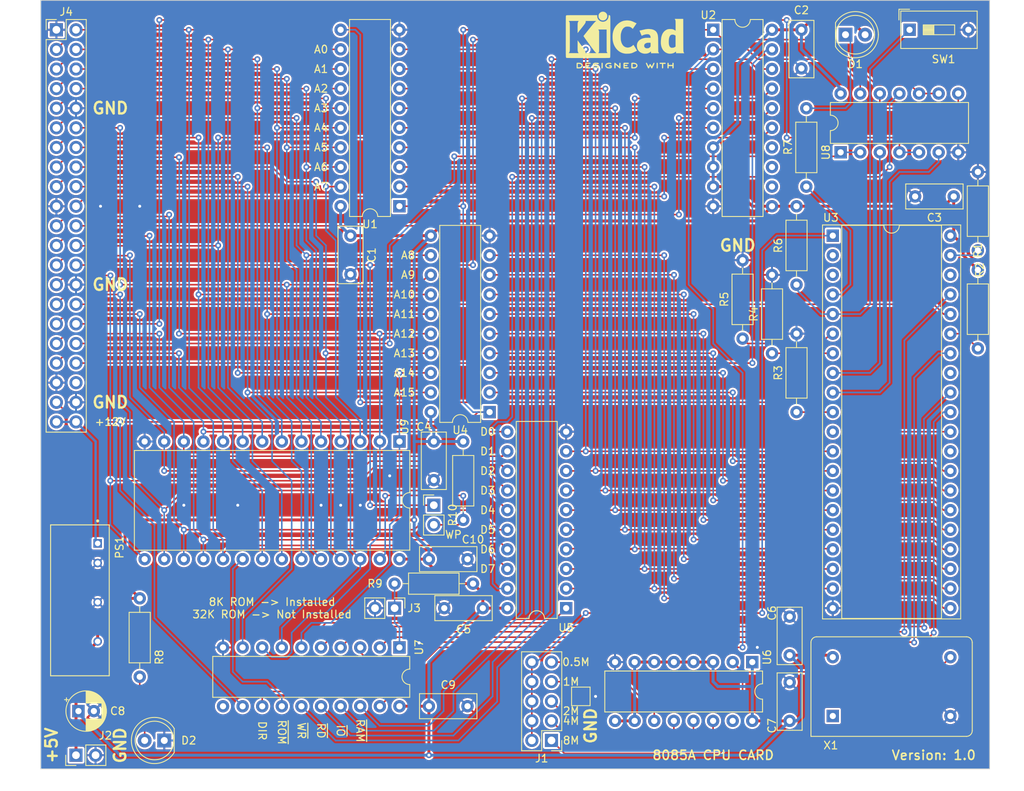
<source format=kicad_pcb>
(kicad_pcb (version 20221018) (generator pcbnew)
  (layers (0 "F.Cu" signal) (31 "B.Cu" signal) (34 "B.Paste" user) (35 "F.Paste" user) (36 "B.SilkS" user "B.Silkscreen") (37 "F.SilkS" user "F.Silkscreen") (38 "B.Mask" user) (39 "F.Mask" user) (44 "Edge.Cuts" user))
  (net 0 "")
  (net 1 "+5V")
  (net 2 "GND")
  (net 3 "Net-(D1-K)")
  (net 4 "CLK")
  (net 5 "~{BD_EN}")
  (net 6 "/8M")
  (net 7 "+12V")
  (net 8 "/4M")
  (net 9 "/2M")
  (net 10 "/1M")
  (net 11 "/500K")
  (net 12 "Net-(D2-A)")
  (net 13 "B_A0")
  (net 14 "B_A4")
  (net 15 "B_A1")
  (net 16 "B_A5")
  (net 17 "B_A2")
  (net 18 "B_A6")
  (net 19 "/A8")
  (net 20 "/A12")
  (net 21 "/A9")
  (net 22 "/A13")
  (net 23 "/A10")
  (net 24 "/A14")
  (net 25 "/A11")
  (net 26 "/A15")
  (net 27 "B_A3")
  (net 28 "Net-(J5-Pin_2)")
  (net 29 "B_A7")
  (net 30 "B_D0")
  (net 31 "B_D4")
  (net 32 "B_D1")
  (net 33 "B_D5")
  (net 34 "B_D2")
  (net 35 "B_D6")
  (net 36 "B_D3")
  (net 37 "B_D7")
  (net 38 "B_ECLK")
  (net 39 "~{B_IO}")
  (net 40 "~{B_RD}")
  (net 41 "~{B_WR}")
  (net 42 "~{IRQ0}")
  (net 43 "~{IRQ1}")
  (net 44 "~{RESET}")
  (net 45 "PCLK")
  (net 46 "B_A8")
  (net 47 "B_A12")
  (net 48 "B_A9")
  (net 49 "B_A13")
  (net 50 "B_A10")
  (net 51 "B_A14")
  (net 52 "B_A11")
  (net 53 "B_A15")
  (net 54 "~{B_RAM}")
  (net 55 "ECLK")
  (net 56 "~{RAM}")
  (net 57 "~{IO}")
  (net 58 "~{RD}")
  (net 59 "~{WR}")
  (net 60 "/MEM_CONN/~{ROM}")
  (net 61 "BUS_DIR")
  (net 62 "~{BUS_EN}")
  (net 63 "/MEM_CONN/32Kn")
  (net 64 "/AD7")
  (net 65 "/AD6")
  (net 66 "/AD5")
  (net 67 "/AD4")
  (net 68 "/AD3")
  (net 69 "/AD2")
  (net 70 "/AD1")
  (net 71 "/AD0")
  (net 72 "/ALE")
  (net 76 "~{8085_WR}")
  (net 77 "8085_IO{slash}~{M}")
  (net 78 "8085_CLK")
  (net 79 "~{8085_RD}")
  (net 80 "8051_IRQ5")
  (net 81 "8051_IRQ6")
  (net 83 "Net-(U3-READY)")
  (net 84 "Net-(U3-HOLD)")
  (net 85 "Net-(U3-INTR)")
  (net 86 "Net-(U3-RST7_5)")
  (net 87 "Net-(U3-TRAP)")
  (net 88 "Net-(SW1-A)")
  (net 89 "Net-(U3-SOD)")
  (net 98 "Net-(U8-Pad12)")
  (footprint "Package_DIP:DIP-16_W7.62mm" (layer "F.Cu") (at 148.575 136.525 -90)
    (fp_text reference "U6")
    (fp_text value "74HCT161")
  )
  (footprint "Resistor_THT:R_Axial_DIN0207_L6.3mm_D2.5mm_P10.16mm_Horizontal" (layer "F.Cu") (at 102.235 126.365)
    (fp_text reference "R9")
    (fp_text value "10.5K")
  )
  (footprint "TestPoint:TestPoint_Pad_2.0x2.0mm" (layer "F.Cu") (at 126.365 140.97)
    (fp_text reference "TP1" hide)
    (fp_text value "TestPoint")
  )
  (footprint "Resistor_THT:R_Axial_DIN0207_L6.3mm_D2.5mm_P10.16mm_Horizontal" (layer "F.Cu") (at 151.13 96.52 90)
    (fp_text reference "R4")
    (fp_text value "R")
  )
  (footprint "Resistor_THT:R_Axial_DIN0207_L6.3mm_D2.5mm_P10.16mm_Horizontal" (layer "F.Cu") (at 177.8 85.725 -90)
    (fp_text reference "R1")
    (fp_text value "R")
  )
  (footprint "Resistor_THT:R_Axial_DIN0207_L6.3mm_D2.5mm_P10.16mm_Horizontal" (layer "F.Cu") (at 69.215 128.27 -90)
    (fp_text reference "R8")
    (fp_text value "3.3K")
  )
  (footprint "Symbol:KiCad-Logo2_6mm_SilkScreen" (layer "F.Cu") (at 132.08 55.245)
    (fp_text reference "REF**" hide)
    (fp_text value "KiCad-Logo2_6mm_SilkScreen" hide)
  )
  (footprint "Connector_PinHeader_2.54mm:PinHeader_1x02_P2.54mm_Vertical" (layer "F.Cu") (at 60.955 148.59 90)
    (fp_text reference "J2")
    (fp_text value "Conn_01x02")
  )
  (footprint "Connector_PinHeader_2.54mm:PinHeader_1x02_P2.54mm_Vertical" (layer "F.Cu") (at 102.235 129.54 -90)
    (fp_text reference "J3")
    (fp_text value "Conn_01x02")
  )
  (footprint "Capacitor_THT:CP_Radial_D5.0mm_P2.00mm" (layer "F.Cu") (at 61.274888 142.875)
    (fp_text reference "C8")
    (fp_text value "47 uF")
  )
  (footprint "Connector_PinHeader_2.54mm:PinHeader_1x02_P2.54mm_Vertical" (layer "F.Cu") (at 107.315 116.2)
    (fp_text reference "J5" hide)
    (fp_text value "Conn_02x01")
  )
  (footprint "Package_DIP:DIP-20_W7.62mm" (layer "F.Cu") (at 102.865 134.63 -90)
    (fp_text reference "U7")
    (fp_text value "ATF16V8C")
  )
  (footprint "Capacitor_THT:C_Rect_L7.2mm_W3.0mm_P5.00mm_FKS2_FKP2_MKS2_MKP2" (layer "F.Cu") (at 96.52 81.28 -90)
    (fp_text reference "C1")
    (fp_text value "0.1 uF")
  )
  (footprint "Resistor_THT:R_Axial_DIN0207_L6.3mm_D2.5mm_P10.16mm_Horizontal" (layer "F.Cu") (at 155.575 74.93 90)
    (fp_text reference "R7")
    (fp_text value "3.3K")
  )
  (footprint "TBA_2-1211:CONV_TBA_2-1211" (layer "F.Cu") (at 61.468 128.524 -90)
    (fp_text reference "PS1")
    (fp_text value "TBA_2-1211")
  )
  (footprint "Resistor_THT:R_Axial_DIN0207_L6.3mm_D2.5mm_P10.16mm_Horizontal" (layer "F.Cu") (at 154.305 87.63 90)
    (fp_text reference "R6")
    (fp_text value "10.1K")
  )
  (footprint "Button_Switch_THT:SW_DIP_SPSTx01_Slide_9.78x4.72mm_W7.62mm_P2.54mm" (layer "F.Cu") (at 168.9525 54.61)
    (fp_text reference "SW1")
    (fp_text value "SW_SPST")
  )
  (footprint "LED_THT:LED_D5.0mm" (layer "F.Cu") (at 160.65 55.245)
    (fp_text reference "D1")
    (fp_text value "IRL81A")
  )
  (footprint "Capacitor_THT:C_Rect_L7.2mm_W3.0mm_P5.00mm_FKS2_FKP2_MKS2_MKP2" (layer "F.Cu") (at 154.94 54.61 -90)
    (fp_text reference "C2")
    (fp_text value "0.1 uF")
  )
  (footprint "Oscillator:Oscillator_DIP-14" (layer "F.Cu") (at 159.004 143.51)
    (fp_text reference "X1")
    (fp_text value "8.0 MHz")
  )
  (footprint "Capacitor_THT:C_Rect_L7.2mm_W3.0mm_P5.00mm_FKS2_FKP2_MKS2_MKP2" (layer "F.Cu") (at 106.68 142.24)
    (fp_text reference "C9")
    (fp_text value "0.1 uF")
  )
  (footprint "Package_DIP:DIP-20_W7.62mm" (layer "F.Cu") (at 114.544 104.14 180)
    (fp_text reference "U4")
    (fp_text value "74LS573")
  )
  (footprint "Package_DIP:DIP-20_W7.62mm" (layer "F.Cu") (at 124.46 129.54 180)
    (fp_text reference "U5")
    (fp_text value "74LS245")
  )
  (footprint "Connector_PinHeader_2.54mm:PinHeader_2x21_P2.54mm_Vertical" (layer "F.Cu") (at 58.42 54.61)
    (fp_text reference "J4")
    (fp_text value "Conn_02x21_Odd_Even")
  )
  (footprint "Resistor_THT:R_Axial_DIN0207_L6.3mm_D2.5mm_P10.16mm_Horizontal" (layer "F.Cu") (at 177.8 83.185 90)
    (fp_text reference "R2")
    (fp_text value "R")
  )
  (footprint "Capacitor_THT:C_Rect_L7.2mm_W3.0mm_P5.00mm_FKS2_FKP2_MKS2_MKP2" (layer "F.Cu") (at 153.416 144.145 90)
    (fp_text reference "C7")
    (fp_text value "0.1 uF")
  )
  (footprint "Package_DIP:DIP-20_W7.62mm" (layer "F.Cu") (at 143.51 54.61)
    (fp_text reference "U2")
    (fp_text value "74LS573")
  )
  (footprint "Capacitor_THT:C_Rect_L7.2mm_W3.0mm_P5.00mm_FKS2_FKP2_MKS2_MKP2" (layer "F.Cu") (at 153.416 135.636 90)
    (fp_text reference "C6")
    (fp_text value "0.1 uF")
  )
  (footprint "Package_DIP:DIP-40_W15.24mm_Socket" (layer "F.Cu") (at 159.004 81.28)
    (fp_text reference "U3")
    (fp_text value "8085")
  )
  (footprint "LED_THT:LED_D5.0mm" (layer "F.Cu") (at 72.395 146.685 180)
    (fp_text reference "D2")
    (fp_text value "IRL81A")
  )
  (footprint "Capacitor_THT:C_Rect_L7.2mm_W3.0mm_P5.00mm_FKS2_FKP2_MKS2_MKP2" (layer "F.Cu") (at 113.665 129.54 180)
    (fp_text reference "C5")
    (fp_text value "0.1 uF")
  )
  (footprint "Connector_PinHeader_2.54mm:PinHeader_2x05_P2.54mm_Vertical" (layer "F.Cu") (at 122.56 146.68 180)
    (fp_text reference "J1")
    (fp_text value "Conn_02x05_Odd_Even")
  )
  (footprint "Package_DIP:DIP-28_W15.24mm" (layer "F.Cu") (at 102.87 107.95 -90)
    (fp_text reference "U9")
    (fp_text value "28C256")
  )
  (footprint "Package_DIP:DIP-14_W7.62mm" (layer "F.Cu") (at 160.02 70.485 90)
    (fp_text reference "U8")
    (fp_text value "74LS00")
  )
  (footprint "Resistor_THT:R_Axial_DIN0207_L6.3mm_D2.5mm_P10.16mm_Horizontal" (layer "F.Cu") (at 111.125 118.11 90)
    (fp_text reference "R10")
    (fp_text value "10.5K")
  )
  (footprint "Resistor_THT:R_Axial_DIN0207_L6.3mm_D2.5mm_P10.16mm_Horizontal" (layer "F.Cu") (at 147.32 94.615 90)
    (fp_text reference "R5")
    (fp_text value "R")
  )
  (footprint "Resistor_THT:R_Axial_DIN0207_L6.3mm_D2.5mm_P10.16mm_Horizontal" (layer "F.Cu") (at 154.305 104.14 90)
    (fp_text reference "R3")
    (fp_text value "R")
  )
  (footprint "Capacitor_THT:C_Rect_L7.2mm_W3.0mm_P5.00mm_FKS2_FKP2_MKS2_MKP2" (layer "F.Cu") (at 174.672 76.2 180)
    (fp_text reference "C3")
    (fp_text value "0.1 uF")
  )
  (footprint "Capacitor_THT:C_Rect_L7.2mm_W3.0mm_P5.00mm_FKS2_FKP2_MKS2_MKP2" (layer "F.Cu") (at 106.68 123.19)
    (fp_text reference "C10")
    (fp_text value "0.1 uF")
  )
  (footprint "Capacitor_THT:C_Rect_L7.2mm_W3.0mm_P5.00mm_FKS2_FKP2_MKS2_MKP2" (layer "F.Cu") (at 107.315 107.95 -90)
    (fp_text reference "C4")
    (fp_text value "0.1 uF")
  )
  (footprint "Package_DIP:DIP-20_W7.62mm" (layer "F.Cu") (at 102.86 77.465 180)
    (fp_text reference "U1")
    (fp_text value "74LS573")
  )
  (gr_rect locked (start 56.388 50.8) (end 179.324 150.368) (stroke (width 0.1)) (fill none) (layer "Edge.Cuts"))
  (gr_text "D4" (at 114.3 116.84) (layer "F.SilkS") (effects (font (size 1 1))))
  (gr_text "D7" (at 114.3 124.46) (layer "F.SilkS") (effects (font (size 1 1))))
  (gr_text "A11" (at 103.505 91.44) (layer "F.SilkS") (effects (font (size 1 1))))
  (gr_text "A1" (at 92.71 59.69) (layer "F.SilkS") (effects (font (size 1 1))))
  (gr_text "+12V" (at 65.405 105.41) (layer "F.SilkS") (effects (font (size 1 1))))
  (gr_text "A4" (at 92.71 67.31) (layer "F.SilkS") (effects (font (size 1 1))))
  (gr_text "A13" (at 103.505 96.52) (layer "F.SilkS") (effects (font (size 1 1))))
  (gr_text "Version: 1.0" (at 172.085 148.59) (layer "F.SilkS") (effects (font (size 1.2 1.2) (thickness 0.2))))
  (gr_text "~{WR}" (at 90.17 145.415 270) (layer "F.SilkS") (effects (font (size 1 1))))
  (gr_text "A15" (at 103.505 101.6) (layer "F.SilkS") (effects (font (size 1 1))))
  (gr_text "A5" (at 92.71 69.85) (layer "F.SilkS") (effects (font (size 1 1))))
  (gr_text "A12" (at 103.505 93.98) (layer "F.SilkS") (effects (font (size 1 1))))
  (gr_text "A6" (at 92.71 72.39) (layer "F.SilkS") (effects (font (size 1 1))))
  (gr_text "WP" (at 109.855 120.015) (layer "F.SilkS") (effects (font (size 1 1))))
  (gr_text "8085A CPU CARD" (at 143.51 148.59) (layer "F.SilkS") (effects (font (size 1.2 1.2) (thickness 0.2))))
  (gr_text "A10" (at 103.505 88.9) (layer "F.SilkS") (effects (font (size 1 1))))
  (gr_text "8M" (at 125.095 146.685) (layer "F.SilkS") (effects (font (size 1 1))))
  (gr_text "A9" (at 103.981191 86.36) (layer "F.SilkS") (effects (font (size 1 1))))
  (gr_text "0.5M" (at 125.73 136.525) (layer "F.SilkS") (effects (font (size 1 1))))
  (gr_text "~{RD}" (at 92.71 145.415 270) (layer "F.SilkS") (effects (font (size 1 1))))
  (gr_text "DIR" (at 85.09 145.415 270) (layer "F.SilkS") (effects (font (size 1 1))))
  (gr_text "GND" (at 65.405 102.87) (layer "F.SilkS") (effects (font (size 1.5 1.5) (thickness 0.3))))
  (gr_text "D0" (at 114.3 106.68) (layer "F.SilkS") (effects (font (size 1 1))))
  (gr_text "GND" (at 127.635 144.78 90) (layer "F.SilkS") (effects (font (size 1.5 1.5) (thickness 0.3))))
  (gr_text "D5" (at 114.3 119.38) (layer "F.SilkS") (effects (font (size 1 1))))
  (gr_text "D2" (at 114.3 111.76) (layer "F.SilkS") (effects (font (size 1 1))))
  (gr_text "4M" (at 125.095 144.145) (layer "F.SilkS") (effects (font (size 1 1))))
  (gr_text "GND" (at 66.675 147.32 90) (layer "F.SilkS") (effects (font (size 1.5 1.5) (thickness 0.3))))
  (gr_text "D3" (at 114.3 114.3) (layer "F.SilkS") (effects (font (size 1 1))))
  (gr_text "A14" (at 103.505 99.06) (layer "F.SilkS") (effects (font (size 1 1))))
  (gr_text "D1" (at 114.3 109.22) (layer "F.SilkS") (effects (font (size 1 1))))
  (gr_text "A8" (at 103.981191 83.82) (layer "F.SilkS") (effects (font (size 1 1))))
  (gr_text "GND" (at 146.685 82.55) (layer "F.SilkS") (effects (font (size 1.5 1.5) (thickness 0.3))))
  (gr_text "~{IO}" (at 95.25 145.415 270) (layer "F.SilkS") (effects (font (size 1 1))))
  (gr_text "A7" (at 92.71 74.93) (layer "F.SilkS") (effects (font (size 1 1))))
  (gr_text "~{RAM}" (at 97.79 145.415 270) (layer "F.SilkS") (effects (font (size 1 1))))
  (gr_text "GND" (at 65.405 64.77) (layer "F.SilkS") (effects (font (size 1.5 1.5) (thickness 0.3))))
  (gr_text "A3" (at 92.71 64.77) (layer "F.SilkS") (effects (font (size 1 1))))
  (gr_text "D6" (at 114.3 121.92) (layer "F.SilkS") (effects (font (size 1 1))))
  (gr_text "8K ROM -> Installed\n32K ROM -> Not Installed" (at 86.36 129.54) (layer "F.SilkS") (effects (font (size 1 1))))
  (gr_text "A0" (at 92.71 57.15) (layer "F.SilkS") (effects (font (size 1 1))))
  (gr_text "A2" (at 92.71 62.23) (layer "F.SilkS") (effects (font (size 1 1))))
  (gr_text "+5V" (at 57.785 147.32 90) (layer "F.SilkS") (effects (font (size 1.5 1.5) (thickness 0.3))))
  (gr_text "~{ROM}" (at 87.63 145.613333 270) (layer "F.SilkS") (effects (font (size 1 1))))
  (gr_text "GND" (at 65.405 87.63) (layer "F.SilkS") (effects (font (size 1.5 1.5) (thickness 0.3))))
  (gr_text "1M" (at 125.095 139.065) (layer "F.SilkS") (effects (font (size 1 1))))
  (gr_text "2M" (at 125.095 142.875) (layer "F.SilkS") (effects (font (size 1 1))))
  (segment (start 116.825 129.54) (end 113.665 129.54) (width 0.381) (layer "F.Cu") (net 1))
  (segment (start 63.768 133.849) (end 63.768 131.812) (width 0.381) (layer "F.Cu") (net 1))
  (segment (start 143.495 136.525) (end 133.335 136.525) (width 0.381) (layer "F.Cu") (net 1))
  (segment (start 153.416 135.636) (end 158.75 135.636) (width 0.381) (layer "F.Cu") (net 1))
  (segment (start 174.672 80.852) (end 174.244 81.28) (width 0.381) (layer "F.Cu") (net 1))
  (segment (start 60.96 148.585) (end 60.955 148.59) (width 0.381) (layer "F.Cu") (net 1))
  (segment (start 113.665 129.54) (end 113.665 127.635) (width 0.381) (layer "F.Cu") (net 1))
  (segment (start 106.924 81.28) (end 96.52 81.28) (width 0.381) (layer "F.Cu") (net 1))
  (segment (start 63.768 133.849) (end 60.96 136.657) (width 0.381) (layer "F.Cu") (net 1))
  (segment (start 67.31 126.365) (end 67.31 118.745) (width 0.381) (layer "F.Cu") (net 1))
  (segment (start 149.225 79.375) (end 151.13 77.47) (width 0.381) (layer "F.Cu") (net 1))
  (segment (start 106.72 142.24) (end 102.885 142.24) (width 0.381) (layer "F.Cu") (net 1))
  (segment (start 67.945 118.11) (end 104.775 118.11) (width 0.381) (layer "F.Cu") (net 1))
  (segment (start 161.285 53.34) (end 156.21 53.34) (width 0.381) (layer "F.Cu") (net 1))
  (segment (start 133.335 144.145) (end 130.795 144.145) (width 0.381) (layer "F.Cu") (net 1))
  (segment (start 69.215 128.27) (end 67.31 126.365) (width 0.381) (layer "F.Cu") (net 1))
  (segment (start 116.83 129.535) (end 116.825 129.54) (width 0.381) (layer "F.Cu") (net 1))
  (segment (start 67.31 128.27) (end 69.215 128.27) (width 0.381) (layer "F.Cu") (net 1))
  (segment (start 148.59 77.47) (end 146.05 74.93) (width 0.381) (layer "F.Cu") (net 1))
  (segment (start 60.96 136.657) (end 60.96 148.585) (width 0.381) (layer "F.Cu") (net 1))
  (segment (start 106.924 81.28) (end 108.829 79.375) (width 0.381) (layer "F.Cu") (net 1))
  (segment (start 106.68 123.19) (end 102.865 123.19) (width 0.381) (layer "F.Cu") (net 1))
  (segment (start 63.768 131.812) (end 67.31 128.27) (width 0.381) (layer "F.Cu") (net 1))
  (segment (start 109.22 126.365) (end 106.68 123.825) (width 0.381) (layer "F.Cu") (net 1))
  (segment (start 151.13 77.47) (end 173.402 77.47) (width 0.381) (layer "F.Cu") (net 1))
  (segment (start 112.395 126.365) (end 109.22 126.365) (width 0.381) (layer "F.Cu") (net 1))
  (segment (start 153.416 144.145) (end 148.575 144.145) (width 0.381) (layer "F.Cu") (net 1))
  (segment (start 151.13 54.61) (end 154.98 54.61) (width 0.381) (layer "F.Cu") (net 1))
  (segment (start 67.31 118.745) (end 67.945 118.11) (width 0.381) (layer "F.Cu") (net 1))
  (segment (start 108.829 79.375) (end 149.225 79.375) (width 0.381) (layer "F.Cu") (net 1))
  (segment (start 102.885 142.24) (end 102.875 142.25) (width 0.381) (layer "F.Cu") (net 1))
  (segment (start 151.13 77.47) (end 148.59 77.47) (width 0.381) (layer "F.Cu") (net 1))
  (segment (start 163.19 55.245) (end 161.285 53.34) (width 0.381) (layer "F.Cu") (net 1))
  (segment (start 106.68 123.825) (end 106.68 123.19) (width 0.381) (layer "F.Cu") (net 1))
  (segment (start 158.75 135.636) (end 159.004 135.89) (width 0.381) (layer "F.Cu") (net 1))
  (segment (start 174.244 81.28) (end 174.625 81.28) (width 0.381) (layer "F.Cu") (net 1))
  (segment (start 174.625 81.28) (end 175.895 82.55) (width 0.381) (layer "F.Cu") (net 1))
  (segment (start 146.05 74.93) (end 143.51 74.93) (width 0.381) (layer "F.Cu") (net 1))
  (segment (start 106.68 142.24) (end 106.68 148.59) (width 0.381) (layer "F.Cu") (net 1))
  (segment (start 173.402 77.47) (end 174.672 76.2) (width 0.381) (layer "F.Cu") (net 1))
  (segment (start 156.21 53.34) (end 154.94 54.61) (width 0.381) (layer "F.Cu") (net 1))
  (segment (start 175.895 82.55) (end 175.895 83.82) (width 0.381) (layer "F.Cu") (net 1))
  (segment (start 175.895 83.82) (end 177.8 85.725) (width 0.381) (layer "F.Cu") (net 1))
  (segment (start 113.665 127.635) (end 112.395 126.365) (width 0.381) (layer "F.Cu") (net 1))
  (segment (start 174.672 76.2) (end 174.672 80.852) (width 0.381) (layer "F.Cu") (net 1))
  (via (at 104.775 118.11) (size 0.762) (drill 0.381) (layers "F.Cu" "B.Cu") (net 1))
  (via (at 106.68 148.59) (size 0.762) (drill 0.381) (layers "F.Cu" "B.Cu") (net 1))
  (segment (start 106.68 121.92) (end 104.775 120.015) (width 0.381) (layer "B.Cu") (net 1))
  (segment (start 143.495 139.05) (end 144.13 139.685) (width 0.381) (layer "B.Cu") (net 1))
  (segment (start 153.416 144.145) (end 148.971 148.59) (width 0.381) (layer "B.Cu") (net 1))
  (segment (start 146.685 66.675) (end 146.685 59.055) (width 0.381) (layer "B.Cu") (net 1))
  (segment (start 133.335 144.145) (end 133.335 136.525) (width 0.381) (layer "B.Cu") (net 1))
  (segment (start 154.305 144.145) (end 154.94 143.51) (width 0.381) (layer "B.Cu") (net 1))
  (segment (start 66.675 148.59) (end 61.274888 143.189888) (width 0.381) (layer "B.Cu") (net 1))
  (segment (start 160.02 62.23) (end 154.94 57.15) (width 0.381) (layer "B.Cu") (net 1))
  (segment (start 106.924 104.14) (end 106.924 105.9715) (width 0.381) (layer "B.Cu") (net 1))
  (segment (start 111.125 107.95) (end 107.315 107.95) (width 0.381) (layer "B.Cu") (net 1))
  (segment (start 96.52 81.28) (end 95.24 80) (width 0.381) (layer "B.Cu") (net 1))
  (segment (start 160.02 62.865) (end 160.02 62.23) (width 0.381) (layer "B.Cu") (net 1))
  (segment (start 104.775 120.015) (end 104.775 118.11) (width 0.381) (layer "B.Cu") (net 1))
  (segment (start 104.775 107.95) (end 104.775 83.429) (width 0.381) (layer "B.Cu") (net 1))
  (segment (start 154.94 143.51) (end 154.94 137.16) (width 0.381) (layer "B.Cu") (net 1))
  (segment (start 153.416 144.145) (end 154.305 144.145) (width 0.381) (layer "B.Cu") (net 1))
  (segment (start 146.685 59.055) (end 151.13 54.61) (width 0.381) (layer "B.Cu") (net 1))
  (segment (start 113.665 129.54) (end 106.68 136.525) (width 0.381) (layer "B.Cu") (net 1))
  (segment (start 95.24 77.465) (end 95.24 80) (width 0.381) (layer "B.Cu") (net 1))
  (segment (start 61.274888 143.189888) (end 61.274888 142.875) (width 0.381) (layer "B.Cu") (net 1))
  (segment (start 154.94 57.15) (end 154.94 54.61) (width 0.381) (layer "B.Cu") (net 1))
  (segment (start 154.94 137.16) (end 153.416 135.636) (width 0.381) (layer "B.Cu") (net 1))
  (segment (start 144.13 139.685) (end 148.575 139.685) (width 0.381) (layer "B.Cu") (net 1))
  (segment (start 143.51 69.85) (end 143.51 74.93) (width 0.381) (layer "B.Cu") (net 1))
  (segment (start 143.495 136.525) (end 143.495 139.05) (width 0.381) (layer "B.Cu") (net 1))
  (segment (start 104.775 83.429) (end 106.924 81.28) (width 0.381) (layer "B.Cu") (net 1))
  (segment (start 148.971 148.59) (end 66.675 148.59) (width 0.381) (layer "B.Cu") (net 1))
  (segment (start 107.315 107.95) (end 104.775 107.95) (width 0.381) (layer "B.Cu") (net 1))
  (segment (start 104.775 107.95) (end 104.775 118.11) (width 0.381) (layer "B.Cu") (net 1))
  (segment (start 107.315 106.3625) (end 107.315 107.95) (width 0.381) (layer "B.Cu") (net 1))
  (segment (start 148.575 144.145) (end 148.575 139.685) (width 0.381) (layer "B.Cu") (net 1))
  (segment (start 106.68 123.19) (end 106.68 121.92) (width 0.381) (layer "B.Cu") (net 1))
  (segment (start 106.924 105.9715) (end 107.315 106.3625) (width 0.381) (layer "B.Cu") (net 1))
  (segment (start 148.575 139.685) (end 148.575 136.525) (width 0.381) (layer "B.Cu") (net 1))
  (segment (start 106.68 136.525) (end 106.68 142.24) (width 0.381) (layer "B.Cu") (net 1))
  (segment (start 143.51 69.85) (end 146.685 66.675) (width 0.381) (layer "B.Cu") (net 1))
  (via (at 74.93 116.205) (size 0.762) (drill 0.381) (layers "F.Cu" "B.Cu") (net 2))
  (via (at 105.41 134.0353) (size 0.762) (drill 0.381) (layers "F.Cu" "B.Cu") (net 2))
  (via (at 64.135 77.47) (size 0.762) (drill 0.381) (layers "F.Cu" "B.Cu") (net 2))
  (via (at 128.27 140.97) (size 0.762) (drill 0.381) (layers "F.Cu" "B.Cu") (net 2))
  (via (at 81.915 116.205) (size 0.762) (drill 0.381) (layers "F.Cu" "B.Cu") (net 2))
  (via (at 92.71 116.205) (size 0.762) (drill 0.381) (layers "F.Cu" "B.Cu") (net 2))
  (via (at 101.6 112.395) (size 0.762) (drill 0.381) (layers "F.Cu" "B.Cu") (net 2))
  (via (at 149.225 134.62) (size 0.762) (drill 0.381) (layers "F.Cu" "B.Cu") (net 2))
  (via (at 95.25 116.205) (size 0.762) (drill 0.381) (layers "F.Cu" "B.Cu") (net 2))
  (via (at 97.79 116.205) (size 0.762) (drill 0.381) (layers "F.Cu" "B.Cu") (net 2))
  (via (at 69.215 77.47) (size 0.762) (drill 0.381) (layers "F.Cu" "B.Cu") (net 2))
  (segment (start 161.29 55.885) (end 161.29 64.135) (width 0.2032) (layer "B.Cu") (net 3))
  (segment (start 161.29 64.135) (end 160.655 64.77) (width 0.2032) (layer "B.Cu") (net 3))
  (segment (start 160.655 64.77) (end 155.575 64.77) (width 0.2032) (layer "B.Cu") (net 3))
  (segment (start 160.65 55.245) (end 161.29 55.885) (width 0.2032) (layer "B.Cu") (net 3))
  (segment (start 120.015 136.525) (end 120.015 146.685) (width 0.2032) (layer "F.Cu") (net 4))
  (segment (start 127 130.175) (end 149.86 130.175) (width 0.2032) (layer "F.Cu") (net 4))
  (via (at 149.86 130.175) (size 0.762) (drill 0.381) (layers "F.Cu" "B.Cu") (net 4))
  (via (at 127 130.175) (size 0.762) (drill 0.381) (layers "F.Cu" "B.Cu") (net 4))
  (segment (start 120.02 136.52) (end 120.655 136.52) (width 0.2032) (layer "B.Cu") (net 4))
  (segment (start 159.004 81.28) (end 151.765 81.28) (width 0.2032) (layer "B.Cu") (net 4))
  (segment (start 149.86 83.185) (end 149.86 130.175) (width 0.2032) (layer "B.Cu") (net 4))
  (segment (start 151.765 81.28) (end 149.86 83.185) (width 0.2032) (layer "B.Cu") (net 4))
  (segment (start 120.655 136.52) (end 127 130.175) (width 0.2032) (layer "B.Cu") (net 4))
  (segment (start 143.51 54.61) (end 144.78 55.88) (width 0.2032) (layer "F.Cu") (net 5))
  (segment (start 58.42 102.87) (end 59.69 104.14) (width 0.2032) (layer "F.Cu") (net 5))
  (segment (start 66.675 105.41) (end 111.76 105.41) (width 0.2032) (layer "F.Cu") (net 5))
  (segment (start 164.6302 61.7602) (end 169.0752 61.7602) (width 0.2032) (layer "F.Cu") (net 5))
  (segment (start 59.69 104.14) (end 63.5 104.14) (width 0.2032) (layer "F.Cu") (net 5))
  (segment (start 63.5 104.14) (end 64.77 105.41) (width 0.2032) (layer "F.Cu") (net 5))
  (segment (start 158.75 55.88) (end 164.6302 61.7602) (width 0.2032) (layer "F.Cu") (net 5))
  (segment (start 144.78 55.88) (end 158.75 55.88) (width 0.2032) (layer "F.Cu") (net 5))
  (segment (start 170.18 62.865) (end 172.72 62.865) (width 0.2032) (layer "F.Cu") (net 5))
  (segment (start 64.77 105.41) (end 66.675 105.41) (width 0.2032) (layer "F.Cu") (net 5))
  (segment (start 111.12 77.465) (end 111.125 77.47) (width 0.2032) (layer "F.Cu") (net 5))
  (segment (start 143.51 54.61) (end 111.125 54.61) (width 0.2032) (layer "F.Cu") (net 5))
  (segment (start 169.0752 61.7602) (end 170.18 62.865) (width 0.2032) (layer "F.Cu") (net 5))
  (segment (start 113.03 104.14) (end 114.3 104.14) (width 0.2032) (layer "F.Cu") (net 5))
  (segment (start 111.76 105.41) (end 113.03 104.14) (width 0.2032) (layer "F.Cu") (net 5))
  (segment (start 102.86 77.465) (end 111.12 77.465) (width 0.2032) (layer "F.Cu") (net 5))
  (via (at 111.125 77.47) (size 0.762) (drill 0.381) (layers "F.Cu" "B.Cu") (net 5))
  (via (at 111.125 54.61) (size 0.762) (drill 0.381) (layers "F.Cu" "B.Cu") (net 5))
  (via (at 66.675 105.41) (size 0.762) (drill 0.381) (layers "F.Cu" "B.Cu") (net 5))
  (segment (start 71.12 130.825) (end 82.545 142.25) (width 0.2032) (layer "B.Cu") (net 5))
  (segment (start 66.675 105.41) (end 66.675 114.3) (width 0.2032) (layer "B.Cu") (net 5))
  (segment (start 112.395 104.14) (end 111.125 102.87) (width 0.2032) (layer "B.Cu") (net 5))
  (segment (start 66.675 114.3) (end 71.12 118.745) (width 0.2032) (layer "B.Cu") (net 5))
  (segment (start 71.12 118.745) (end 71.12 130.825) (width 0.2032) (layer "B.Cu") (net 5))
  (segment (start 111.125 102.87) (end 111.125 54.61) (width 0.2032) (layer "B.Cu") (net 5))
  (segment (start 114.3 104.14) (end 112.395 104.14) (width 0.2032) (layer "B.Cu") (net 5))
  (segment (start 146.685 137.16) (end 146.67 137.16) (width 0.2032) (layer "F.Cu") (net 6))
  (segment (start 146.67 137.16) (end 146.035 136.525) (width 0.2032) (layer "F.Cu") (net 6))
  (segment (start 174.244 135.89) (end 172.339 137.795) (width 0.2032) (layer "F.Cu") (net 6))
  (segment (start 124.240901 148.360901) (end 144.374099 148.360901) (width 0.2032) (layer "F.Cu") (net 6))
  (segment (start 172.339 137.795) (end 147.32 137.795) (width 0.2032) (layer "F.Cu") (net 6))
  (segment (start 147.32 145.415) (end 147.32 137.81) (width 0.2032) (layer "F.Cu") (net 6))
  (segment (start 122.56 146.68) (end 124.240901 148.360901) (width 0.2032) (layer "F.Cu") (net 6))
  (segment (start 147.32 137.81) (end 146.035 136.525) (width 0.2032) (layer "F.Cu") (net 6))
  (segment (start 147.32 137.795) (end 146.685 137.16) (width 0.2032) (layer "F.Cu") (net 6))
  (segment (start 144.374099 148.360901) (end 147.32 145.415) (width 0.2032) (layer "F.Cu") (net 6))
  (segment (start 63.5 107.95) (end 60.96 105.41) (width 0.3048) (layer "B.Cu") (net 7))
  (segment (start 63.768 121.149) (end 63.5 120.881) (width 0.3048) (layer "B.Cu") (net 7))
  (segment (start 58.42 105.41) (end 60.96 105.41) (width 0.3048) (layer "B.Cu") (net 7))
  (segment (start 63.5 120.881) (end 63.5 107.95) (width 0.3048) (layer "B.Cu") (net 7))
  (segment (start 140.97 147.955) (end 126.365 147.955) (width 0.2032) (layer "F.Cu") (net 8))
  (segment (start 126.365 147.955) (end 122.56 144.15) (width 0.2032) (layer "F.Cu") (net 8))
  (segment (start 122.56 144.15) (end 122.56 144.14) (width 0.2032) (layer "F.Cu") (net 8))
  (segment (start 143.495 144.145) (end 143.495 145.43) (width 0.2032) (layer "F.Cu") (net 8))
  (segment (start 143.495 145.43) (end 140.97 147.955) (width 0.2032) (layer "F.Cu") (net 8))
  (segment (start 140.955 144.145) (end 140.955 145.4225) (width 0.2032) (layer "F.Cu") (net 9))
  (segment (start 140.955 145.4225) (end 139.6925 146.685) (width 0.2032) (layer "F.Cu") (net 9))
  (segment (start 139.6925 146.685) (end 127.635 146.685) (width 0.2032) (layer "F.Cu") (net 9))
  (segment (start 127.635 146.685) (end 122.56 141.61) (width 0.2032) (layer "F.Cu") (net 9))
  (segment (start 122.56 141.61) (end 122.56 141.6) (width 0.2032) (layer "F.Cu") (net 9))
  (segment (start 128.905 139.065) (end 122.565 139.065) (width 0.2032) (layer "F.Cu") (net 10))
  (segment (start 129.54 139.7) (end 128.905 139.065) (width 0.2032) (layer "F.Cu") (net 10))
  (segment (start 129.54 145.445485) (end 129.54 139.7) (width 0.2032) (layer "F.Cu") (net 10))
  (segment (start 122.565 139.065) (end 122.56 139.06) (width 0.2032) (layer "F.Cu") (net 10))
  (segment (start 138.415 145.43) (end 137.795 146.05) (width 0.2032) (layer "F.Cu") (net 10))
  (segment (start 130.144515 146.05) (end 129.54 145.445485) (width 0.2032) (layer "F.Cu") (net 10))
  (segment (start 138.415 144.145) (end 138.415 145.43) (width 0.2032) (layer "F.Cu") (net 10))
  (segment (start 137.795 146.05) (end 130.144515 146.05) (width 0.2032) (layer "F.Cu") (net 10))
  (segment (start 135.875 142.86) (end 131.445 138.43) (width 0.2032) (layer "F.Cu") (net 11))
  (segment (start 135.875 144.145) (end 135.875 142.86) (width 0.2032) (layer "F.Cu") (net 11))
  (segment (start 122.565 136.525) (end 122.56 136.52) (width 0.2032) (layer "F.Cu") (net 11))
  (segment (start 124.46 136.525) (end 122.565 136.525) (width 0.2032) (layer "F.Cu") (net 11))
  (segment (start 126.365 138.43) (end 124.46 136.525) (width 0.2032) (layer "F.Cu") (net 11))
  (segment (start 131.445 138.43) (end 126.365 138.43) (width 0.2032) (layer "F.Cu") (net 11))
  (segment (start 69.215 138.43) (end 69.215 141.605) (width 0.2032) (layer "F.Cu") (net 12))
  (segment (start 69.215 141.605) (end 69.855 142.245) (width 0.2032) (layer "F.Cu") (net 12))
  (segment (start 69.855 142.245) (end 69.855 146.685) (width 0.2032) (layer "F.Cu") (net 12))
  (segment (start 95.24 57.145) (end 93.975 57.145) (width 0.2032) (layer "F.Cu") (net 13))
  (segment (start 91.44 54.61) (end 60.96 54.61) (width 0.2032) (layer "F.Cu") (net 13))
  (segment (start 93.975 57.145) (end 91.44 54.61) (width 0.2032) (layer "F.Cu") (net 13))
  (via (at 75.565 54.61) (size 0.762) (drill 0.381) (layers "F.Cu" "B.Cu") (net 13))
  (segment (start 80 105.4) (end 75.6153 101.0153) (width 0.2032) (layer "B.Cu") (net 13))
  (segment (start 75.6153 101.0153) (end 75.6153 54.6603) (width 0.2032) (layer "B.Cu") (net 13))
  (segment (start 80 107.945) (end 80 105.4) (width 0.2032) (layer "B.Cu") (net 13))
  (segment (start 75.6153 54.6603) (end 75.565 54.61) (width 0.2032) (layer "B.Cu") (net 13))
  (segment (start 60.96 59.69) (end 86.995 59.69) (width 0.2032) (layer "F.Cu") (net 14))
  (segment (start 95.24 67.305) (end 87 67.305) (width 0.2032) (layer "F.Cu") (net 14))
  (via (at 87 67.305) (size 0.762) (drill 0.381) (layers "F.Cu" "B.Cu") (net 14))
  (via (at 86.995 59.69) (size 0.762) (drill 0.381) (layers "F.Cu" "B.Cu") (net 14))
  (segment (start 86.995 59.69) (end 86.995 67.3) (width 0.2032) (layer "B.Cu") (net 14))
  (segment (start 86.995 67.31) (end 86.995 102.221008) (width 0.2032) (layer "B.Cu") (net 14))
  (segment (start 86.995 67.3) (end 87 67.305) (width 0.2032) (layer "B.Cu") (net 14))
  (segment (start 86.995 102.221008) (end 90.16 105.386008) (width 0.2032) (layer "B.Cu") (net 14))
  (segment (start 87 67.305) (end 86.995 67.31) (width 0.2032) (layer "B.Cu") (net 14))
  (segment (start 90.16 105.386008) (end 90.16 107.945) (width 0.2032) (layer "B.Cu") (net 14))
  (segment (start 59.69 55.88) (end 78.105 55.88) (width 0.2032) (layer "F.Cu") (net 15))
  (segment (start 95.24 59.685) (end 93.975 59.685) (width 0.2032) (layer "F.Cu") (net 15))
  (segment (start 58.42 57.15) (end 59.69 55.88) (width 0.2032) (layer "F.Cu") (net 15))
  (segment (start 90.17 55.88) (end 78.105 55.88) (width 0.2032) (layer "F.Cu") (net 15))
  (segment (start 93.975 59.685) (end 90.17 55.88) (width 0.2032) (layer "F.Cu") (net 15))
  (via (at 78.105 55.88) (size 0.762) (drill 0.381) (layers "F.Cu" "B.Cu") (net 15))
  (segment (start 78.105 100.965) (end 78.105 55.88) (width 0.2032) (layer "B.Cu") (net 15))
  (segment (start 82.54 107.945) (end 82.54 105.4) (width 0.2032) (layer "B.Cu") (net 15))
  (segment (start 82.54 105.4) (end 78.105 100.965) (width 0.2032) (layer "B.Cu") (net 15))
  (segment (start 88.27 69.845) (end 88.265 69.85) (width 0.2032) (layer "F.Cu") (net 16))
  (segment (start 59.69 60.96) (end 88.265 60.96) (width 0.2032) (layer "F.Cu") (net 16))
  (segment (start 59.69 60.96) (end 58.42 62.23) (width 0.2032) (layer "F.Cu") (net 16))
  (segment (start 95.24 69.845) (end 88.27 69.845) (width 0.2032) (layer "F.Cu") (net 16))
  (via (at 88.265 69.85) (size 0.762) (drill 0.381) (layers "F.Cu" "B.Cu") (net 16))
  (via (at 88.265 60.96) (size 0.762) (drill 0.381) (layers "F.Cu" "B.Cu") (net 16))
  (segment (start 88.265 60.96) (end 88.265 69.85) (width 0.2032) (layer "B.Cu") (net 16))
  (segment (start 88.265 84.455) (end 88.265 69.85) (width 0.2032) (layer "B.Cu") (net 16))
  (segment (start 89.535 85.725) (end 88.265 84.455) (width 0.2032) (layer "B.Cu") (net 16))
  (segment (start 92.7 105.4) (end 89.535 102.235) (width 0.2032) (layer "B.Cu") (net 16))
  (segment (start 92.7 107.945) (end 92.7 105.4) (width 0.2032) (layer "B.Cu") (net 16))
  (segment (start 89.535 102.235) (end 89.535 85.725) (width 0.2032) (layer "B.Cu") (net 16))
  (segment (start 88.9 57.15) (end 60.96 57.15) (width 0.2032) (layer "F.Cu") (net 17))
  (segment (start 95.24 62.225) (end 93.975 62.225) (width 0.2032) (layer "F.Cu") (net 17))
  (segment (start 93.975 62.225) (end 88.9 57.15) (width 0.2032) (layer "F.Cu") (net 17))
  (via (at 80.645 57.15) (size 0.762) (drill 0.381) (layers "F.Cu" "B.Cu") (net 17))
  (segment (start 85.09 106.543061) (end 85.09 105.41) (width 0.2032) (layer "B.Cu") (net 17))
  (segment (start 85.08 107.945) (end 85.08 106.553061) (width 0.2032) (layer "B.Cu") (net 17))
  (segment (start 80.645 100.965) (end 80.645 57.15) (width 0.2032) (layer "B.Cu") (net 17))
  (segment (start 85.08 106.553061) (end 85.09 106.543061) (width 0.2032) (layer "B.Cu") (net 17))
  (segment (start 85.09 105.41) (end 80.645 100.965) (width 0.2032) (layer "B.Cu") (net 17))
  (segment (start 95.24 72.385) (end 90.81 72.385) (width 0.2032) (layer "F.Cu") (net 18))
  (segment (start 60.96 62.23) (end 90.805 62.23) (width 0.2032) (layer "F.Cu") (net 18))
  (segment (start 90.81 72.385) (end 90.805 72.39) (width 0.2032) (layer "F.Cu") (net 18))
  (via (at 90.805 72.39) (size 0.762) (drill 0.381) (layers "F.Cu" "B.Cu") (net 18))
  (via (at 90.805 62.23) (size 0.762) (drill 0.381) (layers "F.Cu" "B.Cu") (net 18))
  (segment (start 95.24 107.945) (end 95.24 105.4) (width 0.2032) (layer "B.Cu") (net 18))
  (segment (start 92.075 83.185) (end 90.805 81.915) (width 0.2032) (layer "B.Cu") (net 18))
  (segment (start 90.805 81.915) (end 90.805 72.39) (width 0.2032) (layer "B.Cu") (net 18))
  (segment (start 95.24 105.4) (end 92.075 102.235) (width 0.2032) (layer "B.Cu") (net 18))
  (segment (start 92.075 102.235) (end 92.075 83.185) (width 0.2032) (layer "B.Cu") (net 18))
  (segment (start 90.805 62.23) (end 90.805 72.39) (width 0.2032) (layer "B.Cu") (net 18))
  (segment (start 172.085 128.27) (end 173.355 129.54) (width 0.2032) (layer "F.Cu") (net 19))
  (segment (start 137.16 128.27) (end 172.085 128.27) (width 0.2032) (layer "F.Cu") (net 19))
  (segment (start 173.355 129.54) (end 174.244 129.54) (width 0.2032) (layer "F.Cu") (net 19))
  (segment (start 114.544 83.82) (end 137.16 83.82) (width 0.2032) (layer "F.Cu") (net 19))
  (via (at 137.16 128.27) (size 0.762) (drill 0.381) (layers "F.Cu" "B.Cu") (net 19))
  (via (at 137.16 83.82) (size 0.762) (drill 0.381) (layers "F.Cu" "B.Cu") (net 19))
  (segment (start 137.16 83.82) (end 137.16 125.73) (width 0.2032) (layer "B.Cu") (net 19))
  (segment (start 137.16 125.73) (end 137.16 128.27) (width 0.2032) (layer "B.Cu") (net 19))
  (segment (start 142.24 118.11) (end 172.085 118.11) (width 0.2032) (layer "F.Cu") (net 20))
  (segment (start 172.085 118.11) (end 173.355 119.38) (width 0.2032) (layer "F.Cu") (net 20))
  (segment (start 114.544 93.98) (end 142.24 93.98) (width 0.2032) (layer "F.Cu") (net 20))
  (segment (start 173.355 119.38) (end 174.244 119.38) (width 0.2032) (layer "F.Cu") (net 20))
  (via (at 142.24 118.11) (size 0.762) (drill 0.381) (layers "F.Cu" "B.Cu") (net 20))
  (via (at 142.24 93.98) (size 0.762) (drill 0.381) (layers "F.Cu" "B.Cu") (net 20))
  (segment (start 142.24 93.98) (end 142.24 118.11) (width 0.2032) (layer "B.Cu") (net 20))
  (segment (start 172.085 125.73) (end 173.355 127) (width 0.2032) (layer "F.Cu") (net 21))
  (segment (start 173.355 127) (end 174.244 127) (width 0.2032) (layer "F.Cu") (net 21))
  (segment (start 114.544 86.36) (end 138.43 86.36) (width 0.2032) (layer "F.Cu") (net 21))
  (segment (start 138.43 125.73) (end 172.085 125.73) (width 0.2032) (layer "F.Cu") (net 21))
  (via (at 138.43 125.73) (size 0.762) (drill 0.381) (layers "F.Cu" "B.Cu") (net 21))
  (via (at 138.43 86.36) (size 0.762) (drill 0.381) (layers "F.Cu" "B.Cu") (net 21))
  (segment (start 138.43 86.36) (end 138.43 125.73) (width 0.2032) (layer "B.Cu") (net 21))
  (segment (start 173.355 116.84) (end 174.244 116.84) (width 0.2032) (layer "F.Cu") (net 22))
  (segment (start 143.51 115.57) (end 172.085 115.57) (width 0.2032) (layer "F.Cu") (net 22))
  (segment (start 172.085 115.57) (end 173.355 116.84) (width 0.2032) (layer "F.Cu") (net 22))
  (segment (start 114.544 96.52) (end 143.51 96.52) (width 0.2032) (layer "F.Cu") (net 22))
  (via (at 143.51 96.52) (size 0.762) (drill 0.381) (layers "F.Cu" "B.Cu") (net 22))
  (via (at 143.51 115.57) (size 0.762) (drill 0.381) (layers "F.Cu" "B.Cu") (net 22))
  (segment (start 143.51 96.52) (end 143.51 115.57) (width 0.2032) (layer "B.Cu") (net 22))
  (segment (start 114.544 88.9) (end 139.7 88.9) (width 0.2032) (layer "F.Cu") (net 23))
  (segment (start 139.7 123.19) (end 172.085 123.19) (width 0.2032) (layer "F.Cu") (net 23))
  (segment (start 172.085 123.19) (end 173.355 124.46) (width 0.2032) (layer "F.Cu") (net 23))
  (segment (start 173.355 124.46) (end 174.244 124.46) (width 0.2032) (layer "F.Cu") (net 23))
  (via (at 139.7 88.9) (size 0.762) (drill 0.381) (layers "F.Cu" "B.Cu") (net 23))
  (via (at 139.7 123.19) (size 0.762) (drill 0.381) (layers "F.Cu" "B.Cu") (net 23))
  (segment (start 139.7 88.9) (end 139.7 123.19) (width 0.2032) (layer "B.Cu") (net 23))
  (segment (start 114.544 99.06) (end 144.78 99.06) (width 0.2032) (layer "F.Cu") (net 24))
  (segment (start 172.085 113.03) (end 173.355 114.3) (width 0.2032) (layer "F.Cu") (net 24))
  (segment (start 173.355 114.3) (end 174.244 114.3) (width 0.2032) (layer "F.Cu") (net 24))
  (segment (start 144.78 113.03) (end 172.085 113.03) (width 0.2032) (layer "F.Cu") (net 24))
  (via (at 144.78 99.06) (size 0.762) (drill 0.381) (layers "F.Cu" "B.Cu") (net 24))
  (via (at 144.78 113.03) (size 0.762) (drill 0.381) (layers "F.Cu" "B.Cu") (net 24))
  (segment (start 144.78 99.06) (end 144.78 113.03) (width 0.2032) (layer "B.Cu") (net 24))
  (segment (start 173.355 121.92) (end 174.244 121.92) (width 0.2032) (layer "F.Cu") (net 25))
  (segment (start 140.97 120.65) (end 172.085 120.65) (width 0.2032) (layer "F.Cu") (net 25))
  (segment (start 172.085 120.65) (end 173.355 121.92) (width 0.2032) (layer "F.Cu") (net 25))
  (segment (start 114.544 91.44) (end 140.97 91.44) (width 0.2032) (layer "F.Cu") (net 25))
  (via (at 140.97 120.65) (size 0.762) (drill 0.381) (layers "F.Cu" "B.Cu") (net 25))
  (via (at 140.97 91.44) (size 0.762) (drill 0.381) (layers "F.Cu" "B.Cu") (net 25))
  (segment (start 140.97 91.44) (end 140.97 120.65) (width 0.2032) (layer "B.Cu") (net 25))
  (segment (start 173.355 111.76) (end 174.244 111.76) (width 0.2032) (layer "F.Cu") (net 26))
  (segment (start 172.085 110.49) (end 173.355 111.76) (width 0.2032) (layer "F.Cu") (net 26))
  (segment (start 114.544 101.6) (end 146.05 101.6) (width 0.2032) (layer "F.Cu") (net 26))
  (segment (start 146.05 110.49) (end 172.085 110.49) (width 0.2032) (layer "F.Cu") (net 26))
  (via (at 146.05 110.49) (size 0.762) (drill 0.381) (layers "F.Cu" "B.Cu") (net 26))
  (via (at 146.05 101.6) (size 0.762) (drill 0.381) (layers "F.Cu" "B.Cu") (net 26))
  (segment (start 146.05 101.6) (end 146.05 110.49) (width 0.2032) (layer "B.Cu") (net 26))
  (segment (start 95.24 64.765) (end 84.460791 64.765) (width 0.2032) (layer "F.Cu") (net 27))
  (segment (start 59.69 58.42) (end 84.455 58.42) (width 0.2032) (layer "F.Cu") (net 27))
  (segment (start 58.42 59.69) (end 59.69 58.42) (width 0.2032) (layer "F.Cu") (net 27))
  (segment (start 84.460791 64.765) (end 84.455 64.759209) (width 0.2032) (layer "F.Cu") (net 27))
  (via (at 84.455 58.42) (size 0.762) (drill 0.381) (layers "F.Cu" "B.Cu") (net 27))
  (via (at 84.455 64.759209) (size 0.762) (drill 0.381) (layers "F.Cu" "B.Cu") (net 27))
  (segment (start 84.455 101.996122) (end 84.455 64.759209) (width 0.2032) (layer "B.Cu") (net 27))
  (segment (start 87.62 107.945) (end 87.62 105.161122) (width 0.2032) (layer "B.Cu") (net 27))
  (segment (start 87.62 105.161122) (end 84.455 101.996122) (width 0.2032) (layer "B.Cu") (net 27))
  (segment (start 84.455 58.42) (end 84.455 64.759209) (width 0.2032) (layer "B.Cu") (net 27))
  (segment (start 111.124999 114.9853) (end 111.074699 114.935) (width 0.2032) (layer "F.Cu") (net 28))
  (segment (start 107.32 118.745) (end 107.315 118.74) (width 0.2032) (layer "F.Cu") (net 28))
  (segment (start 111.074699 114.935) (end 101.0656 114.935) (width 0.2032) (layer "F.Cu") (net 28))
  (segment (start 110.49 118.745) (end 107.32 118.745) (width 0.2032) (layer "F.Cu") (net 28))
  (segment (start 101.0656 114.935) (end 101.0153 114.9853) (width 0.2032) (layer "F.Cu") (net 28))
  (segment (start 111.125 118.11) (end 110.49 118.745) (width 0.2032) (layer "F.Cu") (net 28))
  (via (at 111.124999 114.9853) (size 0.762) (drill 0.381) (layers "F.Cu" "B.Cu") (net 28))
  (via (at 101.0153 114.9853) (size 0.762) (drill 0.381) (layers "F.Cu" "B.Cu") (net 28))
  (segment (start 100.33 123.19) (end 101.0153 122.5047) (width 0.2032) (layer "B.Cu") (net 28))
  (segment (start 111.125 118.11) (end 111.124999 114.9853) (width 0.2032) (layer "B.Cu") (net 28))
  (segment (start 101.0153 122.5047) (end 101.0153 114.9853) (width 0.2032) (layer "B.Cu") (net 28))
  (segment (start 59.69 63.5) (end 93.345 63.5) (width 0.2032) (layer "F.Cu") (net 29))
  (segment (start 93.35 74.925) (end 93.345 74.93) (width 0.2032) (layer "F.Cu") (net 29))
  (segment (start 58.42 64.77) (end 59.69 63.5) (width 0.2032) (layer "F.Cu") (net 29))
  (segment (start 95.24 74.925) (end 93.35 74.925) (width 0.2032) (layer "F.Cu") (net 29))
  (via (at 93.345 63.5) (size 0.762) (drill 0.381) (layers "F.Cu" "B.Cu") (net 29))
  (via (at 93.345 74.93) (size 0.762) (drill 0.381) (layers "F.Cu" "B.Cu") (net 29))
  (segment (start 97.78 107.945) (end 97.78 105.4) (width 0.2032) (layer "B.Cu") (net 29))
  (segment (start 97.78 105.4) (end 94.615 102.235) (width 0.2032) (layer "B.Cu") (net 29))
  (segment (start 93.345 80.645) (end 93.345 74.93) (width 0.2032) (layer "B.Cu") (net 29))
  (segment (start 93.345 74.93) (end 93.345 63.5) (width 0.2032) (layer "B.Cu") (net 29))
  (segment (start 94.615 102.235) (end 94.615 81.915) (width 0.2032) (layer "B.Cu") (net 29))
  (segment (start 94.615 81.915) (end 93.345 80.645) (width 0.2032) (layer "B.Cu") (net 29))
  (segment (start 58.42 80.01) (end 59.6397 78.7903) (width 0.2032) (layer "F.Cu") (net 30))
  (segment (start 72.7974 78.7903) (end 73.025 78.5627) (width 0.2032) (layer "F.Cu") (net 30))
  (segment (start 59.6397 78.7903) (end 72.7974 78.7903) (width 0.2032) (layer "F.Cu") (net 30))
  (segment (start 96.525 106.675) (end 96.52 106.68) (width 0.2032) (layer "F.Cu") (net 30))
  (segment (start 96.52 106.68) (end 77.47 106.68) (width 0.2032) (layer "F.Cu") (net 30))
  (segment (start 96.525 106.675) (end 116.83 106.675) (width 0.2032) (layer "F.Cu") (net 30))
  (via (at 77.47 106.68) (size 0.762) (drill 0.381) (layers "F.Cu" "B.Cu") (net 30))
  (via (at 73.025 78.5627) (size 0.762) (drill 0.381) (layers "F.Cu" "B.Cu") (net 30))
  (segment (start 77.47 106.68) (end 77.47 107.935) (width 0.2032) (layer "B.Cu") (net 30))
  (segment (start 77.47 106.68) (end 77.47 105.41) (width 0.2032) (layer "B.Cu") (net 30))
  (segment (start 73.025 100.965) (end 73.025 78.5627) (width 0.2032) (layer "B.Cu") (net 30))
  (segment (start 77.47 105.41) (end 73.025 100.965) (width 0.2032) (layer "B.Cu") (net 30))
  (segment (start 77.47 107.935) (end 77.46 107.945) (width 0.2032) (layer "B.Cu") (net 30))
  (segment (start 116.83 116.835) (end 114.295 114.3) (width 0.2032) (layer "F.Cu") (net 31))
  (segment (start 74.93 114.3) (end 72.39 116.84) (width 0.2032) (layer "F.Cu") (net 31))
  (segment (start 114.295 114.3) (end 74.93 114.3) (width 0.2032) (layer "F.Cu") (net 31))
  (segment (start 59.69 88.9) (end 66.675 88.9) (width 0.2032) (layer "F.Cu") (net 31))
  (segment (start 58.42 90.17) (end 59.69 88.9) (width 0.2032) (layer "F.Cu") (net 31))
  (via (at 66.675 88.9) (size 0.762) (drill 0.381) (layers "F.Cu" "B.Cu") (net 31))
  (via (at 72.39 116.84) (size 0.762) (drill 0.381) (layers "F.Cu" "B.Cu") (net 31))
  (segment (start 72.38 116.85) (end 72.39 116.84) (width 0.2032) (layer "B.Cu") (net 31))
  (segment (start 72.38 123.185) (end 72.38 116.85) (width 0.2032) (layer "B.Cu") (net 31))
  (segment (start 67.945 104.14) (end 67.945 112.395) (width 0.2032) (layer "B.Cu") (net 31))
  (segment (start 66.675 88.9) (end 66.675 102.87) (width 0.2032) (layer "B.Cu") (net 31))
  (segment (start 66.675 102.87) (end 67.945 104.14) (width 0.2032) (layer "B.Cu") (net 31))
  (segment (start 67.945 112.395) (end 72.39 116.84) (width 0.2032) (layer "B.Cu") (net 31))
  (segment (start 70.4347 81.3303) (end 70.485 81.28) (width 0.2032) (layer "F.Cu") (net 32))
  (segment (start 74.92 109.845) (end 74.93 109.855) (width 0.2032) (layer "F.Cu") (net 32))
  (segment (start 59.6397 81.3303) (end 70.4347 81.3303) (width 0.2032) (layer "F.Cu") (net 32))
  (segment (start 116.19 109.855) (end 116.83 109.215) (width 0.2032) (layer "F.Cu") (net 32))
  (segment (start 74.92 107.945) (end 74.92 109.845) (width 0.2032) (layer "F.Cu") (net 32))
  (segment (start 58.42 82.55) (end 59.6397 81.3303) (width 0.2032) (layer "F.Cu") (net 32))
  (segment (start 74.93 109.855) (end 116.19 109.855) (width 0.2032) (layer "F.Cu") (net 32))
  (via (at 70.485 81.28) (size 0.762) (drill 0.381) (layers "F.Cu" "B.Cu") (net 32))
  (segment (start 74.92 105.4) (end 70.485 100.965) (width 0.2032) (layer "B.Cu") (net 32))
  (segment (start 74.92 107.945) (end 74.92 105.4) (width 0.2032) (layer "B.Cu") (net 32))
  (segment (start 70.485 100.965) (end 70.485 81.28) (width 0.2032) (layer "B.Cu") (net 32))
  (segment (start 106.68 117.475) (end 104.78 119.375) (width 0.2032) (layer "F.Cu") (net 33))
  (segment (start 113.03 116.84) (end 109.855 116.84) (width 0.2032) (layer "F.Cu") (net 33))
  (segment (start 58.42 92.71) (end 59.69 91.44) (width 0.2032) (layer "F.Cu") (net 33))
  (segment (start 74.935 119.375) (end 74.93 119.38) (width 0.2032) (layer "F.Cu") (net 33))
  (segment (start 109.855 116.84) (end 109.22 117.475) (width 0.2032) (layer "F.Cu") (net 33))
  (segment (start 116.84 119.38) (end 115.57 119.38) (width 0.2032) (layer "F.Cu") (net 33))
  (segment (start 109.22 117.475) (end 106.68 117.475) (width 0.2032) (layer "F.Cu") (net 33))
  (segment (start 104.78 119.375) (end 74.935 119.375) (width 0.2032) (layer "F.Cu") (net 33))
  (segment (start 59.69 91.44) (end 69.215 91.44) (width 0.2032) (layer "F.Cu") (net 33))
  (segment (start 115.57 119.38) (end 113.03 116.84) (width 0.2032) (layer "F.Cu") (net 33))
  (via (at 69.215 91.44) (size 0.762) (drill 0.381) (layers "F.Cu" "B.Cu") (net 33))
  (via (at 74.93 119.38) (size 0.762) (drill 0.381) (layers "F.Cu" "B.Cu") (net 33))
  (segment (start 69.215 100.965) (end 73.66 105.41) (width 0.2032) (layer "B.Cu") (net 33))
  (segment (start 69.215 91.44) (end 69.215 100.965) (width 0.2032) (layer "B.Cu") (net 33))
  (segment (start 73.66 105.41) (end 73.66 118.11) (width 0.2032) (layer "B.Cu") (net 33))
  (segment (start 73.66 118.11) (end 74.92 119.37) (width 0.2032) (layer "B.Cu") (net 33))
  (segment (start 74.92 119.37) (end 74.92 123.185) (width 0.2032) (layer "B.Cu") (net 33))
  (segment (start 67.8947 83.8703) (end 67.945 83.82) (width 0.2032) (layer "F.Cu") (net 34))
  (segment (start 97.79 111.76) (end 99.06 110.49) (width 0.2032) (layer "F.Cu") (net 34))
  (segment (start 58.42 85.09) (end 59.6397 83.8703) (width 0.2032) (layer "F.Cu") (net 34))
  (segment (start 72.3875 111.76) (end 97.79 111.76) (width 0.2032) (layer "F.Cu") (net 34))
  (segment (start 115.565 110.49) (end 116.83 111.755) (width 0.2032) (layer "F.Cu") (net 34))
  (segment (start 99.06 110.49) (end 115.565 110.49) (width 0.2032) (layer "F.Cu") (net 34))
  (segment (start 59.6397 83.8703) (end 67.8947 83.8703) (width 0.2032) (layer "F.Cu") (net 34))
  (via (at 72.3875 111.76) (size 0.762) (drill 0.381) (layers "F.Cu" "B.Cu") (net 34))
  (via (at 67.945 83.82) (size 0.762) (drill 0.381) (layers "F.Cu" "B.Cu") (net 34))
  (segment (start 67.945 102.235) (end 67.945 83.82) (width 0.2032) (layer "B.Cu") (net 34))
  (segment (start 72.3875 111.76) (end 72.3875 106.6775) (width 0.2032) (layer "B.Cu") (net 34))
  (segment (start 72.3875 106.6775) (end 67.945 102.235) (width 0.2032) (layer "B.Cu") (net 34))
  (segment (start 115.596701 120.681701) (end 77.501701 120.681701) (width 0.2032) (layer "F.Cu") (net 35))
  (segment (start 58.42 95.25) (end 59.69 93.98) (width 0.2032) (layer "F.Cu") (net 35))
  (segment (start 77.501701 120.681701) (end 77.47 120.65) (width 0.2032) (layer "F.Cu") (net 35))
  (segment (start 116.83 121.915) (end 115.596701 120.681701) (width 0.2032) (layer "F.Cu") (net 35))
  (segment (start 59.69 93.98) (end 71.755 93.98) (width 0.2032) (layer "F.Cu") (net 35))
  (via (at 71.755 93.98) (size 0.762) (drill 0.381) (layers "F.Cu" "B.Cu") (net 35))
  (via (at 77.47 120.65) (size 0.762) (drill 0.381) (layers "F.Cu" "B.Cu") (net 35))
  (segment (start 76.2 119.38) (end 76.2 105.41) (width 0.2032) (layer "B.Cu") (net 35))
  (segment (start 76.2 105.41) (end 71.755 100.965) (width 0.2032) (layer "B.Cu") (net 35))
  (segment (start 77.46 120.66) (end 77.47 120.65) (width 0.2032) (layer "B.Cu") (net 35))
  (segment (start 77.47 120.65) (end 76.2 119.38) (width 0.2032) (layer "B.Cu") (net 35))
  (segment (start 77.46 123.185) (end 77.46 120.66) (width 0.2032) (layer "B.Cu") (net 35))
  (segment (start 71.755 100.965) (end 71.755 93.98) (width 0.2032) (layer "B.Cu") (net 35))
  (segment (start 113.66 111.125) (end 99.695 111.125) (width 0.2032) (layer "F.Cu") (net 36))
  (segment (start 58.42 87.63) (end 59.615324 86.434676) (width 0.2032) (layer "F.Cu") (net 36))
  (segment (start 59.615324 86.434676) (end 65.423461 86.434676) (width 0.2032) (layer "F.Cu") (net 36))
  (segment (start 99.695 111.125) (end 97.79 113.03) (width 0.2032) (layer "F.Cu") (net 36))
  (segment (start 116.83 114.295) (end 113.66 111.125) (width 0.2032) (layer "F.Cu") (net 36))
  (segment (start 97.79 113.03) (end 65.405 113.03) (width 0.2032) (layer "F.Cu") (net 36))
  (via (at 65.405 113.03) (size 0.762) (drill 0.381) (layers "F.Cu" "B.Cu") (net 36))
  (via (at 65.423461 86.434676) (size 0.762) (drill 0.381) (layers "F.Cu" "B.Cu") (net 36))
  (segment (start 65.405 86.453137) (end 65.405 113.03) (width 0.2032) (layer "B.Cu") (net 36))
  (segment (start 65.423461 86.434676) (end 65.405 86.453137) (width 0.2032) (layer "B.Cu") (net 36))
  (segment (start 65.405 118.75) (end 65.405 113.03) (width 0.2032) (layer "B.Cu") (net 36))
  (segment (start 69.84 123.185) (end 65.405 118.75) (width 0.2032) (layer "B.Cu") (net 36))
  (segment (start 81.069786 121.412499) (end 80 122.482285) (width 0.2032) (layer "F.Cu") (net 37))
  (segment (start 113.787499 121.412499) (end 81.069786 121.412499) (width 0.2032) (layer "F.Cu") (net 37))
  (segment (start 116.83 124.455) (end 113.787499 121.412499) (width 0.2032) (layer "F.Cu") (net 37))
  (segment (start 59.69 96.52) (end 58.42 97.79) (width 0.2032) (layer "F.Cu") (net 37))
  (segment (start 74.295 96.52) (end 59.69 96.52) (width 0.2032) (layer "F.Cu") (net 37))
  (segment (start 80 122.482285) (end 80 123.185) (width 0.2032) (layer "F.Cu") (net 37))
  (via (at 74.295 96.52) (size 0.762) (drill 0.381) (layers "F.Cu" "B.Cu") (net 37))
  (segment (start 78.74 105.41) (end 74.295 100.965) (width 0.2032) (layer "B.Cu") (net 37))
  (segment (start 80 123.185) (end 80 120.64) (width 0.2032) (layer "B.Cu") (net 37))
  (segment (start 78.74 119.38) (end 78.74 105.41) (width 0.2032) (layer "B.Cu") (net 37))
  (segment (start 80 120.64) (end 78.74 119.38) (width 0.2032) (layer "B.Cu") (net 37))
  (segment (start 74.295 100.965) (end 74.295 96.52) (width 0.2032) (layer "B.Cu") (net 37))
  (segment (start 148.59 97.79) (end 60.96 97.79) (width 0.2032) (layer "F.Cu") (net 38))
  (via (at 148.59 97.79) (size 0.762) (drill 0.381) (layers "F.Cu" "B.Cu") (net 38))
  (segment (start 151.13 57.15) (end 150.495 57.15) (width 0.2032) (layer "B.Cu") (net 38))
  (segment (start 150.495 57.15) (end 148.59 59.055) (width 0.2032) (layer "B.Cu") (net 38))
  (segment (start 148.59 59.055) (end 148.59 97.79) (width 0.2032) (layer "B.Cu") (net 38))
  (segment (start 62.23 76.2) (end 60.96 77.47) (width 0.2032) (layer "F.Cu") (net 39))
  (segment (start 137.16 76.2) (end 62.23 76.2) (width 0.2032) (layer "F.Cu") (net 39))
  (segment (start 149.86 68.58) (end 149.225 68.58) (width 0.2032) (layer "F.Cu") (net 39))
  (segment (start 149.225 68.58) (end 137.16 68.58) (width 0.2032) (layer "F.Cu") (net 39))
  (segment (start 151.13 67.31) (end 149.86 68.58) (width 0.2032) (layer "F.Cu") (net 39))
  (via (at 137.16 68.58) (size 0.762) (drill 0.381) (layers "F.Cu" "B.Cu") (net 39))
  (via (at 137.16 76.2) (size 0.762) (drill 0.381) (layers "F.Cu" "B.Cu") (net 39))
  (segment (start 137.16 68.58) (end 137.16 76.2) (width 0.2032) (layer "B.Cu") (net 39))
  (segment (start 133.35 63.5) (end 149.86 63.5) (width 0.2032) (layer "F.Cu") (net 40))
  (segment (start 79.3247 82.6003) (end 79.375 82.55) (width 0.2032) (layer "F.Cu") (net 40))
  (segment (start 79.375 68.58) (end 133.35 68.58) (width 0.2032) (layer "F.Cu") (net 40))
  (segment (start 61.0103 82.6003) (end 79.3247 82.6003) (width 0.2032) (layer "F.Cu") (net 40))
  (segment (start 60.96 82.55) (end 61.0103 82.6003) (width 0.2032) (layer "F.Cu") (net 40))
  (segment (start 149.86 63.5) (end 151.13 62.23) (width 0.2032) (layer "F.Cu") (net 40))
  (via (at 79.375 82.55) (size 0.762) (drill 0.381) (layers "F.Cu" "B.Cu") (net 40))
  (via (at 133.35 68.58) (size 0.762) (drill 0.381) (layers "F.Cu" "B.Cu") (net 40))
  (via (at 79.375 68.58) (size 0.762) (drill 0.381) (layers "F.Cu" "B.Cu") (net 40))
  (via (at 133.35 63.5) (size 0.762) (drill 0.381) (layers "F.Cu" "B.Cu") (net 40))
  (segment (start 79.375 68.58) (end 79.375 82.55) (width 0.2032) (layer "B.Cu") (net 40))
  (segment (start 79.375 100.965) (end 79.375 82.55) (width 0.2032) (layer "B.Cu") (net 40))
  (segment (start 87.62 114.29) (end 83.82 110.49) (width 0.2032) (layer "B.Cu") (net 40))
  (segment (start 133.35 68.58) (end 133.35 63.5) (width 0.2032) (layer "B.Cu") (net 40))
  (segment (start 87.62 123.185) (end 87.62 114.29) (width 0.2032) (layer "B.Cu") (net 40))
  (segment (start 83.82 105.41) (end 79.375 100.965) (width 0.2032) (layer "B.Cu") (net 40))
  (segment (start 83.82 110.49) (end 83.82 105.41) (width 0.2032) (layer "B.Cu") (net 40))
  (segment (start 60.96 85.09) (end 112.395 85.09) (width 0.2032) (layer "F.Cu") (net 41))
  (segment (start 107.31 116.205) (end 99.06 116.205) (width 0.2032) (layer "F.Cu") (net 41))
  (segment (start 147.955 58.42) (end 139.7 58.42) (width 0.2032) (layer "F.Cu") (net 41))
  (segment (start 139.7 58.42) (end 137.16 55.88) (width 0.2032) (layer "F.Cu") (net 41))
  (segment (start 151.13 59.69) (end 149.225 59.69) (width 0.2032) (layer "F.Cu") (net 41))
  (segment (start 137.16 55.88) (end 112.395 55.88) (width 0.2032) (layer "F.Cu") (net 41))
  (segment (start 149.225 59.69) (end 147.955 58.42) (width 0.2032) (layer "F.Cu") (net 41))
  (segment (start 107.315 116.2) (end 107.31 116.205) (width 0.2032) (layer "F.Cu") (net 41))
  (via (at 112.395 85.09) (size 0.762) (drill 0.381) (layers "F.Cu" "B.Cu") (net 41))
  (via (at 112.395 55.88) (size 0.762) (drill 0.381) (layers "F.Cu" "B.Cu") (net 41))
  (via (at 99.06 116.205) (size 0.762) (drill 0.381) (layers "F.Cu" "B.Cu") (net 41))
  (via (at 99.06 85.09) (size 0.762) (drill 0.381) (layers "F.Cu" "B.Cu") (net 41))
  (segment (start 99.06 85.09) (end 99.06 116.205) (width 0.2032) (layer "B.Cu") (net 41))
  (segment (start 112.395 55.88) (end 112.395 85.09) (width 0.2032) (layer "B.Cu") (net 41))
  (segment (start 167.64 70.485) (end 167.64 69.215) (width 0.2032) (layer "F.Cu") (net 42))
  (segment (start 167.005 68.58) (end 153.035 68.58) (width 0.2032) (layer "F.Cu") (net 42))
  (segment (start 167.64 69.215) (end 167.005 68.58) (width 0.2032) (layer "F.Cu") (net 42))
  (segment (start 60.96 92.71) (end 71.755 92.71) (width 0.2032) (layer "F.Cu") (net 42))
  (segment (start 71.755 53.34) (end 153.035 53.34) (width 0.2032) (layer "F.Cu") (net 42))
  (via (at 71.755 92.71) (size 0.762) (drill 0.381) (layers "F.Cu" "B.Cu") (net 42))
  (via (at 71.755 53.34) (size 0.762) (drill 0.381) (layers "F.Cu" "B.Cu") (net 42))
  (via (at 153.035 53.34) (size 0.762) (drill 0.381) (layers "F.Cu" "B.Cu") (net 42))
  (via (at 153.035 68.58) (size 0.762) (drill 0.381) (layers "F.Cu" "B.Cu") (net 42))
  (segment (start 71.755 92.71) (end 71.755 53.34) (width 0.2032) (layer "B.Cu") (net 42))
  (segment (start 153.035 68.58) (end 153.035 53.34) (width 0.2032) (layer "B.Cu") (net 42))
  (segment (start 167.64 70.485) (end 170.18 70.485) (width 0.2032) (layer "B.Cu") (net 42))
  (segment (start 160.02 70.485) (end 159.4994 71.0056) (width 0.2032) (layer "F.Cu") (net 43))
  (segment (start 60.96 95.25) (end 101.600002 95.25) (width 0.2032) (layer "F.Cu") (net 43))
  (segment (start 159.4994 71.0056) (end 109.9694 71.0056) (width 0.2032) (layer "F.Cu") (net 43))
  (via (at 101.600002 95.25) (size 0.762) (drill 0.381) (layers "F.Cu" "B.Cu") (net 43))
  (via (at 109.9694 71.0056) (size 0.762) (drill 0.381) (layers "F.Cu" "B.Cu") (net 43))
  (segment (start 160.02 70.485) (end 162.56 70.485) (width 0.2032) (layer "B.Cu") (net 43))
  (segment (start 101.6 82.55) (end 101.6 95.25) (width 0.2032) (layer "B.Cu") (net 43))
  (segment (start 109.9694 74.1806) (end 101.6 82.55) (width 0.2032) (layer "B.Cu") (net 43))
  (segment (start 109.9694 71.0056) (end 109.9694 74.1806) (width 0.2032) (layer "B.Cu") (net 43))
  (segment (start 60.96 90.17) (end 172.085 90.17) (width 0.2032) (layer "F.Cu") (net 44))
  (segment (start 173.355 91.44) (end 174.244 91.44) (width 0.2032) (layer "F.Cu") (net 44))
  (segment (start 172.085 90.17) (end 173.355 91.44) (width 0.2032) (layer "F.Cu") (net 44))
  (segment (start 59.69 66.04) (end 89.535 66.04) (width 0.2032) (layer "F.Cu") (net 46))
  (segment (start 58.42 67.31) (end 59.69 66.04) (width 0.2032) (layer "F.Cu") (net 46))
  (segment (start 106.68 83.82) (end 90.805 83.82) (width 0.2032) (layer "F.Cu") (net 46))
  (via (at 89.535 66.04) (size 0.762) (drill 0.381) (layers "F.Cu" "B.Cu") (net 46))
  (via (at 90.805 83.82) (size 0.762) (drill 0.381) (layers "F.Cu" "B.Cu") (net 46))
  (segment (start 89.535 66.04) (end 89.535 82.55) (width 0.2032) (layer "B.Cu") (net 46))
  (segment (start 93.98 105.41) (end 90.805 102.235) (width 0.2032) (layer "B.Cu") (net 46))
  (segment (start 95.24 123.185) (end 93.98 121.925) (width 0.2032) (layer "B.Cu") (net 46))
  (segment (start 90.805 102.235) (end 90.805 83.82) (width 0.2032) (layer "B.Cu") (net 46))
  (segment (start 89.535 82.55) (end 90.805 83.82) (width 0.2032) (layer "B.Cu") (net 46))
  (segment (start 93.98 121.925) (end 93.98 105.41) (width 0.2032) (layer "B.Cu") (net 46))
  (segment (start 59.69 71.12) (end 74.295 71.12) (width 0.2032) (layer "F.Cu") (net 47))
  (segment (start 106.68 93.98) (end 74.295 93.98) (width 0.2032) (layer "F.Cu") (net 47))
  (segment (start 58.42 72.39) (end 59.69 71.12) (width 0.2032) (layer "F.Cu") (net 47))
  (via (at 100.2797 93.98) (size 0.762) (drill 0.381) (layers "F.Cu" "B.Cu") (net 47))
  (via (at 74.295 93.98) (size 0.762) (drill 0.381) (layers "F.Cu" "B.Cu") (net 47))
  (via (at 74.295 71.12) (size 0.762) (drill 0.381) (layers "F.Cu" "B.Cu") (net 47))
  (segment (start 91.44 130.175) (end 88.9 132.715) (width 0.2032) (layer "B.Cu") (net 47))
  (segment (start 99.06 121.34597) (end 99.06 124.46) (width 0.2032) (layer "B.Cu") (net 47))
  (segment (start 88.265 135.89) (end 86.345 135.89) (width 0.2032) (layer "B.Cu") (net 47))
  (segment (start 100.32 94.0203) (end 100.2797 93.98) (width 0.2032) (layer "B.Cu") (net 47))
  (segment (start 100.32 107.945) (end 100.32 94.0203) (width 0.2032) (layer "B.Cu") (net 47))
  (segment (start 74.295 71.12) (end 74.3453 71.1703) (width 0.2032) (layer "B.Cu") (net 47))
  (segment (start 93.345 130.175) (end 91.44 130.175) (width 0.2032) (layer "B.Cu") (net 47))
  (segment (start 86.345 135.89) (end 85.085 134.63) (width 0.2032) (layer "B.Cu") (net 47))
  (segment (start 88.9 135.255) (end 88.265 135.89) (width 0.2032) (layer "B.Cu") (net 47))
  (segment (start 74.3453 71.1703) (end 74.3453 93.9297) (width 0.2032) (layer "B.Cu") (net 47))
  (segment (start 100.33 107.95) (end 100.33 120.07597) (width 0.2032) (layer "B.Cu") (net 47))
  (segment (start 74.3453 93.9297) (end 74.295 93.98) (width 0.2032) (layer "B.Cu") (net 47))
  (segment (start 100.33 120.07597) (end 99.06 121.34597) (width 0.2032) (layer "B.Cu") (net 47))
  (segment (start 88.9 132.715) (end 88.9 135.255) (width 0.2032) (layer "B.Cu") (net 47))
  (segment (start 99.06 124.46) (end 93.345 130.175) (width 0.2032) (layer "B.Cu") (net 47))
  (segment (start 88.265 87.63) (end 66.675 87.63) (width 0.2032) (layer "F.Cu") (net 48))
  (segment (start 106.68 86.36) (end 105.41 87.63) (width 0.2032) (layer "F.Cu") (net 48))
  (segment (start 105.41 87.63) (end 88.265 87.63) (width 0.2032) (layer "F.Cu") (net 48))
  (segment (start 60.96 67.31) (end 66.675 67.31) (width 0.2032) (layer "F.Cu") (net 48))
  (via (at 66.675 87.63) (size 0.762) (drill 0.381) (layers "F.Cu" "B.Cu") (net 48))
  (via (at 88.265 87.63) (size 0.762) (drill 0.381) (layers "F.Cu" "B.Cu") (net 48))
  (via (at 66.675 67.31) (size 0.762) (drill 0.381) (layers "F.Cu" "B.Cu") (net 48))
  (segment (start 66.675 67.31) (end 66.675 87.63) (width 0.2032) (layer "B.Cu") (net 48))
  (segment (start 91.44 105.41) (end 88.265 102.235) (width 0.2032) (layer "B.Cu") (net 48))
  (segment (start 91.44 121.925) (end 91.44 105.41) (width 0.2032) (layer "B.Cu") (net 48))
  (segment (start 92.7 123.185) (end 91.44 121.925) (width 0.2032) (layer "B.Cu") (net 48))
  (segment (start 88.265 102.235) (end 88.265 87.63) (width 0.2032) (layer "B.Cu") (net 48))
  (segment (start 88.265 74.295) (end 92.075 74.295) (width 0.2032) (layer "F.Cu") (net 49))
  (segment (start 86.36 72.39) (end 88.265 74.295) (width 0.2032) (layer "F.Cu") (net 49))
  (segment (start 60.96 72.39) (end 86.36 72.39) (width 0.2032) (layer "F.Cu") (net 49))
  (segment (start 106.68 96.52) (end 93.2947 96.52) (width 0.2032) (layer "F.Cu") (net 49))
  (via (at 93.2947 96.52) (size 0.762) (drill 0.381) (layers "F.Cu" "B.Cu") (net 49))
  (via (at 92.075 74.295) (size 0.762) (drill 0.381) (layers "F.Cu" "B.Cu") (net 49))
  (segment (start 93.345 82.55) (end 93.345 96.4697) (width 0.2032) (layer "B.Cu") (net 49))
  (segment (start 87.625 132.085) (end 87.625 134.63) (width 0.2032) (layer "B.Cu") (net 49))
  (segment (start 92.075 74.295) (end 92.075 81.28) (width 0.2032) (layer "B.Cu") (net 49))
  (segment (start 96.52 105.41) (end 93.345 102.235) (width 0.2032) (layer "B.Cu") (net 49))
  (segment (start 92.075 81.28) (end 93.345 82.55) (width 0.2032) (layer "B.Cu") (net 49))
  (segment (start 90.805 128.905) (end 87.625 132.085) (width 0.2032) (layer "B.Cu") (net 49))
  (segment (start 96.52 121.925) (end 96.52 105.41) (width 0.2032) (layer "B.Cu") (net 49))
  (segment (start 93.345 102.235) (end 93.345 96.5703) (width 0.2032) (layer "B.Cu") (net 49))
  (segment (start 93.345 96.4697) (end 93.2947 96.52) (width 0.2032) (layer "B.Cu") (net 49))
  (segment (start 93.345 96.5703) (end 93.2947 96.52) (width 0.2032) (layer "B.Cu") (net 49))
  (segment (start 97.79 124.46) (end 93.345 128.905) (width 0.2032) (layer "B.Cu") (net 49))
  (segment (start 97.78 123.185) (end 96.52 121.925) (width 0.2032) (layer "B.Cu") (net 49))
  (segment (start 97.79 123.19) (end 97.79 124.46) (width 0.2032) (layer "B.Cu") (net 49))
  (segment (start 93.345 128.905) (end 90.805 128.905) (width 0.2032) (layer "B.Cu") (net 49))
  (segment (start 58.42 69.85) (end 59.69 68.58) (width 0.2032) (layer "F.Cu") (net 50))
  (segment (start 59.69 68.58) (end 76.835 68.58) (width 0.2032) (layer "F.Cu") (net 50))
  (segment (start 106.68 88.9) (end 76.835 88.9) (width 0.2032) (layer "F.Cu") (net 50))
  (via (at 76.835 68.58) (size 0.762) (drill 0.381) (layers "F.Cu" "B.Cu") (net 50))
  (via (at 76.835 88.9) (size 0.762) (drill 0.381) (layers "F.Cu" "B.Cu") (net 50))
  (segment (start 76.835 100.965) (end 81.28 105.41) (width 0.2032) (layer "B.Cu") (net 50))
  (segment (start 76.835 68.58) (end 76.835 88.9) (width 0.2032) (layer "B.Cu") (net 50))
  (segment (start 76.835 88.9) (end 76.835 100.965) (width 0.2032) (layer "B.Cu") (net 50))
  (segment (start 81.28 110.49) (end 85.08 114.29) (width 0.2032) (layer "B.Cu") (net 50))
  (segment (start 81.28 105.41) (end 81.28 110.49) (width 0.2032) (layer "B.Cu") (net 50))
  (segment (start 85.08 114.29) (end 85.08 123.18) (width 0.2032) (layer "B.Cu") (net 50))
  (segment (start 85.08 123.18) (end 85.09 123.19) (width 0.2032) (layer "B.Cu") (net 50))
  (segment (start 58.42 74.93) (end 59.69 73.66) (width 0.2032) (layer "F.Cu") (net 51))
  (segment (start 106.68 99.06) (end 81.915 99.06) (width 0.2032) (layer "F.Cu") (net 51))
  (segment (start 59.69 73.66) (end 81.915 73.66) (width 0.2032) (layer "F.Cu") (net 51))
  (via (at 81.915 99.06) (size 0.762) (drill 0.381) (layers "F.Cu" "B.Cu") (net 51))
  (via (at 102.87 99.06) (size 0.762) (drill 0.381) (layers "F.Cu" "B.Cu") (net 51))
  (via (at 81.915 73.66) (size 0.762) (drill 0.381) (layers "F.Cu" "B.Cu") (net 51))
  (segment (start 101.6 123.825) (end 93.98 131.445) (width 0.2032) (layer "B.Cu") (net 51))
  (segment (start 91.44 131.445) (end 90.165 132.72) (width 0.2032) (layer "B.Cu") (net 51))
  (segment (start 102.86 99.07) (end 102.87 99.06) (width 0.2032) (layer "B.Cu") (net 51))
  (segment (start 93.98 131.445) (end 91.44 131.445) (width 0.2032) (layer "B.Cu") (net 51))
  (segment (start 102.87 107.955) (end 102.86 107.945) (width 0.2032) (layer "B.Cu") (net 51))
  (segment (start 102.86 107.945) (end 102.86 99.07) (width 0.2032) (layer "B.Cu") (net 51))
  (segment (start 90.165 132.72) (end 90.165 134.63) (width 0.2032) (layer "B.Cu") (net 51))
  (segment (start 81.915 99.06) (end 81.915 73.66) (width 0.2032) (layer "B.Cu") (net 51))
  (segment (start 102.87 117.475) (end 101.6 118.745) (width 0.2032) (layer "B.Cu") (net 51))
  (segment (start 101.6 118.745) (end 101.6 123.825) (width 0.2032) (layer "B.Cu") (net 51))
  (segment (start 102.87 107.95) (end 102.87 117.475) (width 0.2032) (layer "B.Cu") (net 51))
  (segment (start 106.68 91.44) (end 85.725 91.44) (width 0.2032) (layer "F.Cu") (net 52))
  (segment (start 60.96 69.85) (end 85.725 69.85) (width 0.2032) (layer "F.Cu") (net 52))
  (via (at 85.725 69.85) (size 0.762) (drill 0.381) (layers "F.Cu" "B.Cu") (net 52))
  (via (at 85.725 91.44) (size 0.762) (drill 0.381) (layers "F.Cu" "B.Cu") (net 52))
  (segment (start 85.725 91.44) (end 85.725 102.160038) (width 0.2032) (layer "B.Cu") (net 52))
  (segment (start 88.9 105.335038) (end 88.9 110.495) (width 0.2032) (layer "B.Cu") (net 52))
  (segment (start 90.16 123.18) (end 90.17 123.19) (width 0.2032) (layer "B.Cu") (net 52))
  (segment (start 85.725 69.85) (end 85.725 91.44) (width 0.2032) (layer "B.Cu") (net 52))
  (segment (start 85.725 102.160038) (end 88.9 105.335038) (width 0.2032) (layer "B.Cu") (net 52))
  (segment (start 90.16 111.755) (end 90.16 123.18) (width 0.2032) (layer "B.Cu") (net 52))
  (segment (start 88.9 110.495) (end 90.16 111.755) (width 0.2032) (layer "B.Cu") (net 52))
  (segment (start 60.96 74.93) (end 83.185 74.93) (width 0.2032) (layer "F.Cu") (net 53))
  (segment (start 106.68 101.6) (end 83.185 101.6) (width 0.2032) (layer "F.Cu") (net 53))
  (via (at 83.185 74.93) (size 0.762) (drill 0.381) (layers "F.Cu" "B.Cu") (net 53))
  (via (at 83.185 101.6) (size 0.762) (drill 0.381) (layers "F.Cu" "B.Cu") (net 53))
  (segment (start 83.185 101.6) (end 83.185 74.93) (width 0.2032) (layer "B.Cu") (net 53))
  (segment (start 82.545 130.815) (end 82.545 134.63) (width 0.2032) (layer "B.Cu") (net 53))
  (segment (start 86.36 110.49) (end 88.9 113.03) (width 0.2032) (layer "B.Cu") (net 53))
  (segment (start 88.9 124.46) (end 82.545 130.815) (width 0.2032) (layer "B.Cu") (net 53))
  (segment (start 83.185 101.6) (end 83.185 102.235) (width 0.2032) (layer "B.Cu") (net 53))
  (segment (start 88.9 113.03) (end 88.9 124.46) (width 0.2032) (layer "B.Cu") (net 53))
  (segment (start 86.36 105.41) (end 86.36 110.49) (width 0.2032) (layer "B.Cu") (net 53))
  (segment (start 83.185 102.235) (end 86.36 105.41) (width 0.2032) (layer "B.Cu") (net 53))
  (segment (start 106.68 80.01) (end 108.14 78.55) (width 0.2032) (layer "F.Cu") (net 54))
  (segment (start 60.96 80.01) (end 106.68 80.01) (width 0.2032) (layer "F.Cu") (net 54))
  (segment (start 149.225 66.04) (end 139.065 66.04) (width 0.2032) (layer "F.Cu") (net 54))
  (segment (start 149.86 66.04) (end 149.225 66.04) (width 0.2032) (layer "F.Cu") (net 54))
  (segment (start 151.13 64.77) (end 149.86 66.04) (width 0.2032) (layer "F.Cu") (net 54))
  (segment (start 108.14 78.55) (end 139.065 78.55) (width 0.2032) (layer "F.Cu") (net 54))
  (via (at 139.065 78.55) (size 0.762) (drill 0.381) (layers "F.Cu" "B.Cu") (net 54))
  (via (at 139.065 66.04) (size 0.762) (drill 0.381) (layers "F.Cu" "B.Cu") (net 54))
  (segment (start 139.065 66.04) (end 139.065 78.55) (width 0.2032) (layer "B.Cu") (net 54))
  (segment (start 147.955 57.15) (end 143.51 57.15) (width 0.2032) (layer "F.Cu") (net 55))
  (segment (start 100.325 142.25) (end 107.955 134.62) (width 0.2032) (layer "F.Cu") (net 55))
  (segment (start 162.56 62.865) (end 162.56 61.53403) (width 0.2032) (layer "F.Cu") (net 55))
  (segment (start 159.44597 58.42) (end 149.225 58.42) (width 0.2032) (layer "F.Cu") (net 55))
  (segment (start 162.56 61.53403) (end 159.44597 58.42) (width 0.2032) (layer "F.Cu") (net 55))
  (segment (start 149.225 58.42) (end 147.955 57.15) (width 0.2032) (layer "F.Cu") (net 55))
  (segment (start 107.955 134.62) (end 147.32 134.62) (width 0.2032) (layer "F.Cu") (net 55))
  (via (at 147.32 134.62) (size 0.762) (drill 0.381) (layers "F.Cu" "B.Cu") (net 55))
  (segment (start 143.51 90.805) (end 143.51 95.25) (width 0.2032) (layer "B.Cu") (net 55))
  (segment (start 140.335 60.325) (end 140.335 87.63) (width 0.2032) (layer "B.Cu") (net 55))
  (segment (start 147.32 99.06) (end 147.32 134.62) (width 0.2032) (layer "B.Cu") (net 55))
  (segment (start 140.335 87.63) (end 143.51 90.805) (width 0.2032) (layer "B.Cu") (net 55))
  (segment (start 143.51 95.25) (end 147.32 99.06) (width 0.2032) (layer "B.Cu") (net 55))
  (segment (start 143.51 57.15) (end 140.335 60.325) (width 0.2032) (layer "B.Cu") (net 55))
  (segment (start 131.445 63.5) (end 132.715 64.77) (width 0.2032) (layer "F.Cu") (net 56))
  (segment (start 132.715 64.77) (end 143.51 64.77) (width 0.2032) (layer "F.Cu") (net 56))
  (segment (start 118.745 63.5) (end 131.445 63.5) (width 0.2032) (layer "F.Cu") (net 56))
  (via (at 118.745 63.5) (size 0.762) (drill 0.381) (layers "F.Cu" "B.Cu") (net 56))
  (segment (start 97.785 142.25) (end 100.315 144.78) (width 0.2032) (layer "B.Cu") (net 56))
  (segment (start 118.745 130.175) (end 118.745 63.5) (width 0.2032) (layer "B.Cu") (net 56))
  (segment (start 100.315 144.78) (end 106.68 144.78) (width 0.2032) (layer "B.Cu") (net 56))
  (segment (start 106.68 144.78) (end 108.585 142.875) (width 0.2032) (layer "B.Cu") (net 56))
  (segment (start 108.585 142.875) (end 108.585 140.335) (width 0.2032) (layer "B.Cu") (net 56))
  (segment (start 108.585 140.335) (end 118.745 130.175) (width 0.2032) (layer "B.Cu") (net 56))
  (segment (start 120.015 66.04) (end 137.31042 66.04) (width 0.2032) (layer "F.Cu") (net 57))
  (segment (start 137.31042 66.04) (end 138.58042 67.31) (width 0.2032) (layer "F.Cu") (net 57))
  (segment (start 138.58042 67.31) (end 143.51 67.31) (width 0.2032) (layer "F.Cu") (net 57))
  (via (at 120.015 66.04) (size 0.762) (drill 0.381) (layers "F.Cu" "B.Cu") (net 57))
  (segment (start 98.41 145.415) (end 107.315 145.415) (width 0.2032) (layer "B.Cu") (net 57))
  (segment (start 95.245 142.25) (end 98.41 145.415) (width 0.2032) (layer "B.Cu") (net 57))
  (segment (start 109.855 140.335) (end 120.015 130.175) (width 0.2032) (layer "B.Cu") (net 57))
  (segment (start 120.015 130.175) (end 120.015 66.04) (width 0.2032) (layer "B.Cu") (net 57))
  (segment (start 107.315 145.415) (end 109.855 142.875) (width 0.2032) (layer "B.Cu") (net 57))
  (segment (start 109.855 142.875) (end 109.855 140.335) (width 0.2032) (layer "B.Cu") (net 57))
  (segment (start 139.7 62.23) (end 143.51 62.23) (width 0.2032) (layer "F.Cu") (net 58))
  (segment (start 138.43 60.96) (end 139.7 62.23) (width 0.2032) (layer "F.Cu") (net 58))
  (segment (start 121.285 60.96) (end 138.43 60.96) (width 0.2032) (layer "F.Cu") (net 58))
  (via (at 121.285 60.96) (size 0.762) (drill 0.381) (layers "F.Cu" "B.Cu") (net 58))
  (segment (start 114.935 136.525) (end 121.268691 130.191309) (width 0.2032) (layer "B.Cu") (net 58))
  (segment (start 109.855 146.05) (end 114.935 140.97) (width 0.2032) (layer "B.Cu") (net 58))
  (segment (start 92.705 142.25) (end 96.505 146.05) (width 0.2032) (layer "B.Cu") (net 58))
  (segment (start 121.268691 130.191309) (end 121.268691 60.976309) (width 0.2032) (layer "B.Cu") (net 58))
  (segment (start 121.268691 60.976309) (end 121.285 60.96) (width 0.2032) (layer "B.Cu") (net 58))
  (segment (start 114.935 140.97) (end 114.935 136.525) (width 0.2032) (layer "B.Cu") (net 58))
  (segment (start 96.505 146.05) (end 109.855 146.05) (width 0.2032) (layer "B.Cu") (net 58))
  (segment (start 138.43 58.42) (end 139.7 59.69) (width 0.2032) (layer "F.Cu") (net 59))
  (segment (start 139.7 59.69) (end 143.51 59.69) (width 0.2032) (layer "F.Cu") (net 59))
  (segment (start 122.555 58.42) (end 138.43 58.42) (width 0.2032) (layer "F.Cu") (net 59))
  (via (at 122.555 58.42) (size 0.762) (drill 0.381) (layers "F.Cu" "B.Cu") (net 59))
  (segment (start 94.6 146.685) (end 110.49 146.685) (width 0.2032) (layer "B.Cu") (net 59))
  (segment (start 122.555 130.175) (end 122.639791 130.090209) (width 0.2032) (layer "B.Cu") (net 59))
  (segment (start 122.639791 130.090209) (end 122.639791 58.504791) (width 0.2032) (layer "B.Cu") (net 59))
  (segment (start 90.165 142.25) (end 94.6 146.685) (width 0.2032) (layer "B.Cu") (net 59))
  (segment (start 115.5197 141.6553) (end 115.5197 137.2103) (width 0.2032) (layer "B.Cu") (net 59))
  (segment (start 122.639791 58.504791) (end 122.555 58.42) (width 0.2032) (layer "B.Cu") (net 59))
  (segment (start 115.5197 137.2103) (end 122.555 130.175) (width 0.2032) (layer "B.Cu") (net 59))
  (segment (start 110.49 146.685) (end 115.5197 141.6553) (width 0.2032) (layer "B.Cu") (net 59))
  (segment (start 87.625 140.965) (end 85.725 139.065) (width 0.2032) (layer "B.Cu") (net 60))
  (segment (start 87.625 142.25) (end 87.625 140.965) (width 0.2032) (layer "B.Cu") (net 60))
  (segment (start 85.725 139.065) (end 82.55 139.065) (width 0.2032) (layer "B.Cu") (net 60))
  (segment (start 82.55 139.065) (end 81.28 137.795) (width 0.2032) (layer "B.Cu") (net 60))
  (segment (start 81.28 137.795) (end 81.28 124.46) (width 0.2032) (layer "B.Cu") (net 60))
  (segment (start 81.28 124.46) (end 82.55 123.19) (width 0.2032) (layer "B.Cu") (net 60))
  (segment (start 93.345 131.445) (end 91.44 133.35) (width 0.2032) (layer "F.Cu") (net 61))
  (segment (start 91.44 139.065) (end 90.17 140.335) (width 0.2032) (layer "F.Cu") (net 61))
  (segment (start 124.46 129.54) (end 122.555 131.445) (width 0.2032) (layer "F.Cu") (net 61))
  (segment (start 85.725 140.335) (end 85.085 140.975) (width 0.2032) (layer "F.Cu") (net 61))
  (segment (start 90.17 140.335) (end 85.725 140.335) (width 0.2032) (layer "F.Cu") (net 61))
  (segment (start 85.085 140.975) (end 85.085 142.25) (width 0.2032) (layer "F.Cu") (net 61))
  (segment (start 122.555 131.445) (end 93.345 131.445) (width 0.2032) (layer "F.Cu") (net 61))
  (segment (start 91.44 133.35) (end 91.44 139.065) (width 0.2032) (layer "F.Cu") (net 61))
  (segment (start 117.475 73.66) (end 165.1 73.66) (width 0.2032) (layer "F.Cu") (net 62))
  (segment (start 165.1 73.66) (end 166.37 72.39) (width 0.2032) (layer "F.Cu") (net 62))
  (via (at 117.475 73.66) (size 0.762) (drill 0.381) (layers "F.Cu" "B.Cu") (net 62))
  (via (at 166.37 72.39) (size 0.762) (drill 0.381) (layers "F.Cu" "B.Cu") (net 62))
  (segment (start 115.57 105.41) (end 116.84 105.41) (width 0.2032) (layer "B.Cu") (net 62))
  (segment (start 114.935 125.73) (end 114.935 106.045) (width 0.2032) (layer "B.Cu") (net 62))
  (segment (start 116.84 127) (end 115.57 127) (width 0.2032) (layer "B.Cu") (net 62))
  (segment (start 114.935 106.045) (end 115.57 105.41) (width 0.2032) (layer "B.Cu") (net 62))
  (segment (start 116.84 105.41) (end 117.475 104.775) (width 0.2032) (layer "B.Cu") (net 62))
  (segment (start 167.64 62.865) (end 166.37 64.135) (width 0.2032) (layer "B.Cu") (net 62))
  (segment (start 115.57 127) (end 114.935 126.365) (width 0.2032) (layer "B.Cu") (net 62))
  (segment (start 117.475 104.775) (end 117.475 73.66) (width 0.2032) (layer "B.Cu") (net 62))
  (segment (start 114.935 126.365) (end 114.935 125.73) (width 0.2032) (layer "B.Cu") (net 62))
  (segment (start 166.37 64.135) (end 166.37 72.39) (width 0.2032) (layer "B.Cu") (net 62))
  (segment (start 102.87 132.08) (end 102.87 134.62) (width 0.2032) (layer "B.Cu") (net 63))
  (segment (start 102.235 131.445) (end 102.87 132.08) (width 0.2032) (layer "B.Cu") (net 63))
  (segment (start 102.235 126.365) (end 102.235 131.445) (width 0.2032) (layer "B.Cu") (net 63))
  (segment (start 124.46 127) (end 135.89 127) (width 0.2032) (layer "F.Cu") (net 64))
  (segment (start 135.885 74.925) (end 135.89 74.93) (width 0.2032) (layer "F.Cu") (net 64))
  (segment (start 102.86 74.925) (end 135.885 74.925) (width 0.2032) (layer "F.Cu") (net 64))
  (segment (start 135.89 127) (end 159.004 127) (width 0.2032) (layer "F.Cu") (net 64))
  (via (at 135.89 74.93) (size 0.762) (drill 0.381) (layers "F.Cu" "B.Cu") (net 64))
  (via (at 135.89 127) (size 0.762) (drill 0.381) (layers "F.Cu" "B.Cu") (net 64))
  (segment (start 135.89 74.93) (end 135.89 127) (width 0.2032) (layer "B.Cu") (net 64))
  (segment (start 102.86 72.385) (end 134.615 72.385) (width 0.2032) (layer "F.Cu") (net 65))
  (segment (start 134.615 72.385) (end 134.62 72.39) (width 0.2032) (layer "F.Cu") (net 65))
  (segment (start 124.46 124.46) (end 159.004 124.46) (width 0.2032) (layer "F.Cu") (net 65))
  (segment (start 134.62 124.46) (end 133.985 124.46) (width 0.2032) (layer "F.Cu") (net 65))
  (via (at 134.62 72.39) (size 0.762) (drill 0.381) (layers "F.Cu" "B.Cu") (net 65))
  (via (at 134.62 124.46) (size 0.762) (drill 0.381) (layers "F.Cu" "B.Cu") (net 65))
  (segment (start 134.62 72.39) (end 134.62 124.46) (width 0.2032) (layer "B.Cu") (net 65))
  (segment (start 124.46 121.92) (end 124.5488 121.8312) (width 0.2032) (layer "F.Cu") (net 66))
  (segment (start 158.9152 121.8312) (end 159.004 121.92) (width 0.2032) (layer "F.Cu") (net 66))
  (segment (start 102.86 69.845) (end 133.345 69.845) (width 0.2032) (layer "F.Cu") (net 66))
  (segment (start 133.345 69.845) (end 133.35 69.85) (width 0.2032) (layer "F.Cu") (net 66))
  (segment (start 133.35 121.92) (end 132.715 121.92) (width 0.2032) (layer "F.Cu") (net 66))
  (segment (start 124.5488 121.8312) (end 158.9152 121.8312) (width 0.2032) (layer "F.Cu") (net 66))
  (via (at 133.35 121.92) (size 0.762) (drill 0.381) (layers "F.Cu" "B.Cu") (net 66))
  (via (at 133.35 69.85) (size 0.762) (drill 0.381) (layers "F.Cu" "B.Cu") (net 66))
  (segment (start 133.35 69.85) (end 133.35 119.079868) (width 0.2032) (layer "B.Cu") (net 66))
  (segment (start 133.35 119.079868) (end 133.35 121.92) (width 0.2032) (layer "B.Cu") (net 66))
  (segment (start 102.86 67.305) (end 132.075 67.305) (width 0.2032) (layer "F.Cu") (net 67))
  (segment (start 132.075 67.305) (end 132.08 67.31) (width 0.2032) (layer "F.Cu") (net 67))
  (segment (start 124.46 119.38) (end 159.004 119.38) (width 0.2032) (layer "F.Cu") (net 67))
  (via (at 132.08 119.38) (size 0.762) (drill 0.381) (layers "F.Cu" "B.Cu") (net 67))
  (via (at 132.08 67.31) (size 0.762) (drill 0.381) (layers "F.Cu" "B.Cu") (net 67))
  (segment (start 132.08 67.31) (end 132.08 119.38) (width 0.2032) (layer "B.Cu") (net 67))
  (segment (start 124.46 116.84) (end 159.004 116.84) (width 0.2032) (layer "F.Cu") (net 68))
  (segment (start 130.805 64.765) (end 130.81 64.77) (width 0.2032) (layer "F.Cu") (net 68))
  (segment (start 102.86 64.765) (end 130.805 64.765) (width 0.2032) (layer "F.Cu") (net 68))
  (via (at 130.81 116.84) (size 0.762) (drill 0.381) (layers "F.Cu" "B.Cu") (net 68))
  (via (at 130.81 64.77) (size 0.762) (drill 0.381) (layers "F.Cu" "B.Cu") (net 68))
  (segment (start 130.81 64.77) (end 130.81 116.84) (width 0.2032) (layer "B.Cu") (net 68))
  (segment (start 129.54 114.3) (end 159.004 114.3) (width 0.2032) (layer "F.Cu") (net 69))
  (segment (start 102.86 62.225) (end 129.535 62.225) (width 0.2032) (layer "F.Cu") (net 69))
  (segment (start 124.46 114.3) (end 129.54 114.3) (width 0.2032) (layer "F.Cu") (net 69))
  (segment (start 129.535 62.225) (end 129.54 62.23) (width 0.2032) (layer "F.Cu") (net 69))
  (via (at 129.54 62.23) (size 0.762) (drill 0.381) (layers "F.Cu" "B.Cu") (net 69))
  (via (at 129.54 114.3) (size 0.762) (drill 0.381) (layers "F.Cu" "B.Cu") (net 69))
  (segment (start 129.54 62.23) (end 129.54 114.3) (width 0.2032) (layer "B.Cu") (net 69))
  (segment (start 124.46 111.76) (end 159.004 111.76) (width 0.2032) (layer "F.Cu") (net 70))
  (segment (start 102.86 59.685) (end 127.63 59.685) (width 0.2032) (layer "F.Cu") (net 70))
  (segment (start 127.635 59.69) (end 128.27 59.69) (width 0.2032) (layer "F.Cu") (net 70))
  (segment (start 127.635 59.69) (end 127.63 59.685) (width 0.2032) (layer "F.Cu") (net 70))
  (via (at 128.27 111.76) (size 0.762) (drill 0.381) (layers "F.Cu" "B.Cu") (net 70))
  (via (at 128.27 59.69) (size 0.762) (drill 0.381) (layers "F.Cu" "B.Cu") (net 70))
  (segment (start 128.27 59.69) (end 128.27 111.76) (width 0.2032) (layer "B.Cu") (net 70))
  (segment (start 124.46 109.22) (end 159.004 109.22) (width 0.2032) (layer "F.Cu") (net 71))
  (segment (start 102.86 57.145) (end 127 57.145) (width 0.2032) (layer "F.Cu") (net 71))
  (via (at 127 57.145) (size 0.762) (drill 0.381) (layers "F.Cu" "B.Cu") (net 71))
  (via (at 127 109.22) (size 0.762) (drill 0.381) (layers "F.Cu" "B.Cu") (net 71))
  (segment (start 127 109.22) (end 127 57.145) (width 0.2032) (layer "B.Cu") (net 71))
  (segment (start 165.735 103.505) (end 165.735 106.045) (width 0.2032) (layer "F.Cu") (net 72))
  (segment (start 165.1 102.87) (end 165.735 103.505) (width 0.2032) (layer "F.Cu") (net 72))
  (segment (start 166.37 106.68) (end 174.244 106.68) (width 0.2032) (layer "F.Cu") (net 72))
  (segment (start 97.79 102.87) (end 165.1 102.87) (width 0.2032) (layer "F.Cu") (net 72))
  (segment (start 165.735 106.045) (end 166.37 106.68) (width 0.2032) (layer "F.Cu") (net 72))
  (via (at 97.79 102.87) (size 0.762) (drill 0.381) (layers "F.Cu" "B.Cu") (net 72))
  (segment (start 97.79 55.245) (end 97.79 102.87) (width 0.2032) (layer "B.Cu") (net 72))
  (segment (start 95.24 54.605) (end 97.15 54.605) (width 0.2032) (layer "B.Cu") (net 72))
  (segment (start 97.15 54.605) (end 97.79 55.245) (width 0.2032) (layer "B.Cu") (net 72))
  (segment (start 100.325 134.63) (end 101.6553 133.2997) (width 0.2032) (layer "F.Cu") (net 76))
  (segment (start 171.5003 133.2997) (end 172.085 132.715) (width 0.2032) (layer "F.Cu") (net 76))
  (segment (start 101.6553 133.2997) (end 171.5003 133.2997) (width 0.2032) (layer "F.Cu") (net 76))
  (via (at 172.085 132.715) (size 0.762) (drill 0.381) (layers "F.Cu" "B.Cu") (net 76))
  (segment (start 174.244 104.14) (end 173.355 104.14) (width 0.2032) (layer "B.Cu") (net 76))
  (segment (start 172.085 105.41) (end 172.085 132.715) (width 0.2032) (layer "B.Cu") (net 76))
  (segment (start 173.355 104.14) (end 172.085 105.41) (width 0.2032) (layer "B.Cu") (net 76))
  (segment (start 99.06 136.525) (end 104.775 136.525) (width 0.2032) (layer "F.Cu") (net 77))
  (segment (start 169.4947 133.9347) (end 169.545 133.985) (width 0.2032) (layer "F.Cu") (net 77))
  (segment (start 104.775 136.525) (end 107.3653 133.9347) (width 0.2032) (layer "F.Cu") (net 77))
  (segment (start 107.3653 133.9347) (end 169.4947 133.9347) (width 0.2032) (layer "F.Cu") (net 77))
  (segment (start 97.785 135.25) (end 99.06 136.525) (width 0.2032) (layer "F.Cu") (net 77))
  (segment (start 97.785 134.63) (end 97.785 135.25) (width 0.2032) (layer "F.Cu") (net 77))
  (via (at 169.545 133.985) (size 0.762) (drill 0.381) (layers "F.Cu" "B.Cu") (net 77))
  (segment (start 169.545 99.695) (end 172.72 96.52) (width 0.2032) (layer "B.Cu") (net 77))
  (segment (start 169.545 133.985) (end 169.545 99.695) (width 0.2032) (layer "B.Cu") (net 77))
  (segment (start 172.72 96.52) (end 174.244 96.52) (width 0.2032) (layer "B.Cu") (net 77))
  (segment (start 95.245 134.63) (end 97.269835 132.605165) (width 0.2032) (layer "F.Cu") (net 78))
  (segment (start 97.269835 132.605165) (end 168.275 132.605165) (width 0.2032) (layer "F.Cu") (net 78))
  (via (at 168.275 132.605165) (size 0.762) (drill 0.381) (layers "F.Cu" "B.Cu") (net 78))
  (segment (start 174.244 88.9) (end 168.275 94.869) (width 0.2032) (layer "B.Cu") (net 78))
  (segment (start 168.275 94.869) (end 168.275 132.605165) (width 0.2032) (layer "B.Cu") (net 78))
  (segment (start 95.415135 131.919865) (end 170.705165 131.919865) (width 0.2032) (layer "F.Cu") (net 79))
  (segment (start 92.705 134.63) (end 95.415135 131.919865) (width 0.2032) (layer "F.Cu") (net 79))
  (segment (start 170.705165 131.919865) (end 170.8653 132.08) (width 0.2032) (layer "F.Cu") (net 79))
  (via (at 170.8653 132.08) (size 0.762) (drill 0.381) (layers "F.Cu" "B.Cu") (net 79))
  (segment (start 170.815 105.029) (end 170.815 132.0297) (width 0.2032) (layer "B.Cu") (net 79))
  (segment (start 174.244 101.6) (end 170.815 105.029) (width 0.2032) (layer "B.Cu") (net 79))
  (segment (start 170.815 132.0297) (end 170.8653 132.08) (width 0.2032) (layer "B.Cu") (net 79))
  (segment (start 172.72 71.755) (end 171.45 73.025) (width 0.2032) (layer "B.Cu") (net 80))
  (segment (start 172.72 70.485) (end 172.72 71.755) (width 0.2032) (layer "B.Cu") (net 80))
  (segment (start 166.37 74.295) (end 166.37 100.33) (width 0.2032) (layer "B.Cu") (net 80))
  (segment (start 166.37 100.33) (end 165.1 101.6) (width 0.2032) (layer "B.Cu") (net 80))
  (segment (start 167.64 73.025) (end 166.37 74.295) (width 0.2032) (layer "B.Cu") (net 80))
  (segment (start 165.1 101.6) (end 159.004 101.6) (width 0.2032) (layer "B.Cu") (net 80))
  (segment (start 171.45 73.025) (end 167.64 73.025) (width 0.2032) (layer "B.Cu") (net 80))
  (segment (start 165.1 97.79) (end 163.83 99.06) (width 0.2032) (layer "B.Cu") (net 81))
  (segment (start 163.83 99.06) (end 159.004 99.06) (width 0.2032) (layer "B.Cu") (net 81))
  (segment (start 165.1 70.485) (end 165.1 97.79) (width 0.2032) (layer "B.Cu") (net 81))
  (segment (start 174.244 93.98) (end 175.895 93.98) (width 0.2032) (layer "F.Cu") (net 83))
  (segment (start 175.895 93.98) (end 177.8 95.885) (width 0.2032) (layer "F.Cu") (net 83))
  (segment (start 174.244 83.82) (end 177.165 83.82) (width 0.2032) (layer "B.Cu") (net 84))
  (segment (start 177.165 83.82) (end 177.8 83.185) (width 0.2032) (layer "B.Cu") (net 84))
  (segment (start 159.004 104.14) (end 154.305 104.14) (width 0.2032) (layer "F.Cu") (net 85))
  (segment (start 159.004 96.52) (end 151.13 96.52) (width 0.2032) (layer "F.Cu") (net 86))
  (segment (start 158.75 93.98) (end 157.48 95.25) (width 0.2032) (layer "F.Cu") (net 87))
  (segment (start 147.955 95.25) (end 147.32 94.615) (width 0.2032) (layer "F.Cu") (net 87))
  (segment (start 159.004 93.98) (end 158.75 93.98) (width 0.2032) (layer "F.Cu") (net 87))
  (segment (start 157.48 95.25) (end 147.955 95.25) (width 0.2032) (layer "F.Cu") (net 87))
  (segment (start 157.48 91.44) (end 154.305 88.265) (width 0.2032) (layer "B.Cu") (net 88))
  (segment (start 163.83 90.17) (end 163.83 59.69) (width 0.2032) (layer "B.Cu") (net 88))
  (segment (start 162.56 91.44) (end 163.83 90.17) (width 0.2032) (layer "B.Cu") (net 88))
  (segment (start 159.004 91.44) (end 157.48 91.44) (width 0.2032) (layer "B.Cu") (net 88))
  (segment (start 159.004 91.44) (end 162.56 91.44) (width 0.2032) (layer "B.Cu") (net 88))
  (segment (start 168.91 54.61) (end 168.9525 54.61) (width 0.2032) (layer "B.Cu") (net 88))
  (segment (start 163.83 59.69) (end 168.91 54.61) (width 0.2032) (layer "B.Cu") (net 88))
  (segment (start 154.305 88.265) (end 154.305 87.63) (width 0.2032) (layer "B.Cu") (net 88))
  (segment (start 161.29 87.63) (end 161.29 80.645) (width 0.2032) (layer "B.Cu") (net 89))
  (segment (start 160.02 88.9) (end 161.29 87.63) (width 0.2032) (layer "B.Cu") (net 89))
  (segment (start 161.29 80.645) (end 155.575 74.93) (width 0.2032) (layer "B.Cu") (net 89))
  (segment (start 159.004 88.9) (end 160.02 88.9) (width 0.2032) (layer "B.Cu") (net 89))
  (segment (start 165.1 62.865) (end 165.1 64.135) (width 0.2032) (layer "F.Cu") (net 98))
  (segment (start 175.26 64.135) (end 175.26 62.865) (width 0.2032) (layer "F.Cu") (net 98))
  (segment (start 174.625 64.77) (end 175.26 64.135) (width 0.2032) (layer "F.Cu") (net 98))
  (segment (start 165.1 64.135) (end 165.735 64.77) (width 0.2032) (layer "F.Cu") (net 98))
  (segment (start 165.735 64.77) (end 174.625 64.77) (width 0.2032) (layer "F.Cu") (net 98))
  (zone locked (net 2) (net_name "GND") (layers "F&B.Cu") (connect_pads (clearance 0.254)) (min_thickness 0.254) (fill yes (thermal_gap 0.254) (thermal_bridge_width 0.254))
    (polygon (pts (xy 179.324 150.368) (xy 56.388 150.368) (xy 56.388 50.8) (xy 179.324 50.8)))
  )
)
</source>
